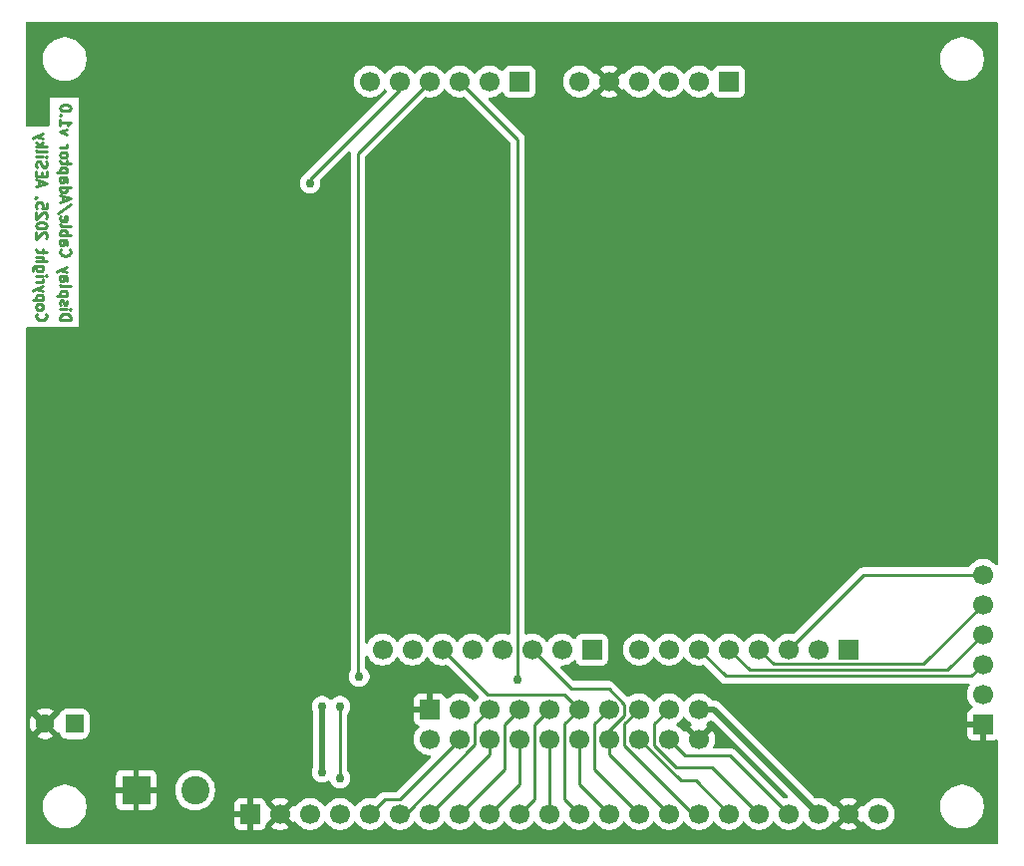
<source format=gbr>
%TF.GenerationSoftware,KiCad,Pcbnew,9.0.5*%
%TF.CreationDate,2025-11-02T14:40:10-08:00*%
%TF.ProjectId,SD-DADPT,53442d44-4144-4505-942e-6b696361645f,PR-1.0*%
%TF.SameCoordinates,Original*%
%TF.FileFunction,Copper,L2,Bot*%
%TF.FilePolarity,Positive*%
%FSLAX46Y46*%
G04 Gerber Fmt 4.6, Leading zero omitted, Abs format (unit mm)*
G04 Created by KiCad (PCBNEW 9.0.5) date 2025-11-02 14:40:10*
%MOMM*%
%LPD*%
G01*
G04 APERTURE LIST*
G04 Aperture macros list*
%AMRoundRect*
0 Rectangle with rounded corners*
0 $1 Rounding radius*
0 $2 $3 $4 $5 $6 $7 $8 $9 X,Y pos of 4 corners*
0 Add a 4 corners polygon primitive as box body*
4,1,4,$2,$3,$4,$5,$6,$7,$8,$9,$2,$3,0*
0 Add four circle primitives for the rounded corners*
1,1,$1+$1,$2,$3*
1,1,$1+$1,$4,$5*
1,1,$1+$1,$6,$7*
1,1,$1+$1,$8,$9*
0 Add four rect primitives between the rounded corners*
20,1,$1+$1,$2,$3,$4,$5,0*
20,1,$1+$1,$4,$5,$6,$7,0*
20,1,$1+$1,$6,$7,$8,$9,0*
20,1,$1+$1,$8,$9,$2,$3,0*%
G04 Aperture macros list end*
%ADD10C,0.222250*%
%TA.AperFunction,NonConductor*%
%ADD11C,0.222250*%
%TD*%
%TA.AperFunction,ComponentPad*%
%ADD12R,2.400000X2.400000*%
%TD*%
%TA.AperFunction,ComponentPad*%
%ADD13C,2.400000*%
%TD*%
%TA.AperFunction,ComponentPad*%
%ADD14R,1.700000X1.700000*%
%TD*%
%TA.AperFunction,ComponentPad*%
%ADD15C,1.700000*%
%TD*%
%TA.AperFunction,ComponentPad*%
%ADD16RoundRect,0.250000X0.550000X0.550000X-0.550000X0.550000X-0.550000X-0.550000X0.550000X-0.550000X0*%
%TD*%
%TA.AperFunction,ComponentPad*%
%ADD17C,1.600000*%
%TD*%
%TA.AperFunction,ViaPad*%
%ADD18C,0.762000*%
%TD*%
%TA.AperFunction,Conductor*%
%ADD19C,0.254000*%
%TD*%
%TA.AperFunction,Conductor*%
%ADD20C,0.508000*%
%TD*%
G04 APERTURE END LIST*
D10*
D11*
X72764352Y-97686116D02*
X73653352Y-97686116D01*
X73653352Y-97686116D02*
X73653352Y-97474449D01*
X73653352Y-97474449D02*
X73611019Y-97347449D01*
X73611019Y-97347449D02*
X73526352Y-97262783D01*
X73526352Y-97262783D02*
X73441686Y-97220449D01*
X73441686Y-97220449D02*
X73272352Y-97178116D01*
X73272352Y-97178116D02*
X73145352Y-97178116D01*
X73145352Y-97178116D02*
X72976019Y-97220449D01*
X72976019Y-97220449D02*
X72891352Y-97262783D01*
X72891352Y-97262783D02*
X72806686Y-97347449D01*
X72806686Y-97347449D02*
X72764352Y-97474449D01*
X72764352Y-97474449D02*
X72764352Y-97686116D01*
X72764352Y-96797116D02*
X73357019Y-96797116D01*
X73653352Y-96797116D02*
X73611019Y-96839449D01*
X73611019Y-96839449D02*
X73568686Y-96797116D01*
X73568686Y-96797116D02*
X73611019Y-96754783D01*
X73611019Y-96754783D02*
X73653352Y-96797116D01*
X73653352Y-96797116D02*
X73568686Y-96797116D01*
X72806686Y-96416116D02*
X72764352Y-96331450D01*
X72764352Y-96331450D02*
X72764352Y-96162116D01*
X72764352Y-96162116D02*
X72806686Y-96077450D01*
X72806686Y-96077450D02*
X72891352Y-96035116D01*
X72891352Y-96035116D02*
X72933686Y-96035116D01*
X72933686Y-96035116D02*
X73018352Y-96077450D01*
X73018352Y-96077450D02*
X73060686Y-96162116D01*
X73060686Y-96162116D02*
X73060686Y-96289116D01*
X73060686Y-96289116D02*
X73103019Y-96373783D01*
X73103019Y-96373783D02*
X73187686Y-96416116D01*
X73187686Y-96416116D02*
X73230019Y-96416116D01*
X73230019Y-96416116D02*
X73314686Y-96373783D01*
X73314686Y-96373783D02*
X73357019Y-96289116D01*
X73357019Y-96289116D02*
X73357019Y-96162116D01*
X73357019Y-96162116D02*
X73314686Y-96077450D01*
X73357019Y-95654116D02*
X72468019Y-95654116D01*
X73314686Y-95654116D02*
X73357019Y-95569449D01*
X73357019Y-95569449D02*
X73357019Y-95400116D01*
X73357019Y-95400116D02*
X73314686Y-95315449D01*
X73314686Y-95315449D02*
X73272352Y-95273116D01*
X73272352Y-95273116D02*
X73187686Y-95230783D01*
X73187686Y-95230783D02*
X72933686Y-95230783D01*
X72933686Y-95230783D02*
X72849019Y-95273116D01*
X72849019Y-95273116D02*
X72806686Y-95315449D01*
X72806686Y-95315449D02*
X72764352Y-95400116D01*
X72764352Y-95400116D02*
X72764352Y-95569449D01*
X72764352Y-95569449D02*
X72806686Y-95654116D01*
X72764352Y-94722783D02*
X72806686Y-94807450D01*
X72806686Y-94807450D02*
X72891352Y-94849783D01*
X72891352Y-94849783D02*
X73653352Y-94849783D01*
X72764352Y-94003116D02*
X73230019Y-94003116D01*
X73230019Y-94003116D02*
X73314686Y-94045449D01*
X73314686Y-94045449D02*
X73357019Y-94130116D01*
X73357019Y-94130116D02*
X73357019Y-94299449D01*
X73357019Y-94299449D02*
X73314686Y-94384116D01*
X72806686Y-94003116D02*
X72764352Y-94087783D01*
X72764352Y-94087783D02*
X72764352Y-94299449D01*
X72764352Y-94299449D02*
X72806686Y-94384116D01*
X72806686Y-94384116D02*
X72891352Y-94426449D01*
X72891352Y-94426449D02*
X72976019Y-94426449D01*
X72976019Y-94426449D02*
X73060686Y-94384116D01*
X73060686Y-94384116D02*
X73103019Y-94299449D01*
X73103019Y-94299449D02*
X73103019Y-94087783D01*
X73103019Y-94087783D02*
X73145352Y-94003116D01*
X73357019Y-93664450D02*
X72764352Y-93452783D01*
X73357019Y-93241116D02*
X72764352Y-93452783D01*
X72764352Y-93452783D02*
X72552686Y-93537450D01*
X72552686Y-93537450D02*
X72510352Y-93579783D01*
X72510352Y-93579783D02*
X72468019Y-93664450D01*
X72849019Y-91717117D02*
X72806686Y-91759450D01*
X72806686Y-91759450D02*
X72764352Y-91886450D01*
X72764352Y-91886450D02*
X72764352Y-91971117D01*
X72764352Y-91971117D02*
X72806686Y-92098117D01*
X72806686Y-92098117D02*
X72891352Y-92182784D01*
X72891352Y-92182784D02*
X72976019Y-92225117D01*
X72976019Y-92225117D02*
X73145352Y-92267450D01*
X73145352Y-92267450D02*
X73272352Y-92267450D01*
X73272352Y-92267450D02*
X73441686Y-92225117D01*
X73441686Y-92225117D02*
X73526352Y-92182784D01*
X73526352Y-92182784D02*
X73611019Y-92098117D01*
X73611019Y-92098117D02*
X73653352Y-91971117D01*
X73653352Y-91971117D02*
X73653352Y-91886450D01*
X73653352Y-91886450D02*
X73611019Y-91759450D01*
X73611019Y-91759450D02*
X73568686Y-91717117D01*
X72764352Y-90955117D02*
X73230019Y-90955117D01*
X73230019Y-90955117D02*
X73314686Y-90997450D01*
X73314686Y-90997450D02*
X73357019Y-91082117D01*
X73357019Y-91082117D02*
X73357019Y-91251450D01*
X73357019Y-91251450D02*
X73314686Y-91336117D01*
X72806686Y-90955117D02*
X72764352Y-91039784D01*
X72764352Y-91039784D02*
X72764352Y-91251450D01*
X72764352Y-91251450D02*
X72806686Y-91336117D01*
X72806686Y-91336117D02*
X72891352Y-91378450D01*
X72891352Y-91378450D02*
X72976019Y-91378450D01*
X72976019Y-91378450D02*
X73060686Y-91336117D01*
X73060686Y-91336117D02*
X73103019Y-91251450D01*
X73103019Y-91251450D02*
X73103019Y-91039784D01*
X73103019Y-91039784D02*
X73145352Y-90955117D01*
X72764352Y-90531784D02*
X73653352Y-90531784D01*
X73314686Y-90531784D02*
X73357019Y-90447117D01*
X73357019Y-90447117D02*
X73357019Y-90277784D01*
X73357019Y-90277784D02*
X73314686Y-90193117D01*
X73314686Y-90193117D02*
X73272352Y-90150784D01*
X73272352Y-90150784D02*
X73187686Y-90108451D01*
X73187686Y-90108451D02*
X72933686Y-90108451D01*
X72933686Y-90108451D02*
X72849019Y-90150784D01*
X72849019Y-90150784D02*
X72806686Y-90193117D01*
X72806686Y-90193117D02*
X72764352Y-90277784D01*
X72764352Y-90277784D02*
X72764352Y-90447117D01*
X72764352Y-90447117D02*
X72806686Y-90531784D01*
X72764352Y-89600451D02*
X72806686Y-89685118D01*
X72806686Y-89685118D02*
X72891352Y-89727451D01*
X72891352Y-89727451D02*
X73653352Y-89727451D01*
X72806686Y-88923117D02*
X72764352Y-89007784D01*
X72764352Y-89007784D02*
X72764352Y-89177117D01*
X72764352Y-89177117D02*
X72806686Y-89261784D01*
X72806686Y-89261784D02*
X72891352Y-89304117D01*
X72891352Y-89304117D02*
X73230019Y-89304117D01*
X73230019Y-89304117D02*
X73314686Y-89261784D01*
X73314686Y-89261784D02*
X73357019Y-89177117D01*
X73357019Y-89177117D02*
X73357019Y-89007784D01*
X73357019Y-89007784D02*
X73314686Y-88923117D01*
X73314686Y-88923117D02*
X73230019Y-88880784D01*
X73230019Y-88880784D02*
X73145352Y-88880784D01*
X73145352Y-88880784D02*
X73060686Y-89304117D01*
X73695686Y-87864784D02*
X72552686Y-88626784D01*
X73018352Y-87610784D02*
X73018352Y-87187451D01*
X72764352Y-87695451D02*
X73653352Y-87399118D01*
X73653352Y-87399118D02*
X72764352Y-87102784D01*
X72764352Y-86425451D02*
X73653352Y-86425451D01*
X72806686Y-86425451D02*
X72764352Y-86510118D01*
X72764352Y-86510118D02*
X72764352Y-86679451D01*
X72764352Y-86679451D02*
X72806686Y-86764118D01*
X72806686Y-86764118D02*
X72849019Y-86806451D01*
X72849019Y-86806451D02*
X72933686Y-86848784D01*
X72933686Y-86848784D02*
X73187686Y-86848784D01*
X73187686Y-86848784D02*
X73272352Y-86806451D01*
X73272352Y-86806451D02*
X73314686Y-86764118D01*
X73314686Y-86764118D02*
X73357019Y-86679451D01*
X73357019Y-86679451D02*
X73357019Y-86510118D01*
X73357019Y-86510118D02*
X73314686Y-86425451D01*
X72764352Y-85621118D02*
X73230019Y-85621118D01*
X73230019Y-85621118D02*
X73314686Y-85663451D01*
X73314686Y-85663451D02*
X73357019Y-85748118D01*
X73357019Y-85748118D02*
X73357019Y-85917451D01*
X73357019Y-85917451D02*
X73314686Y-86002118D01*
X72806686Y-85621118D02*
X72764352Y-85705785D01*
X72764352Y-85705785D02*
X72764352Y-85917451D01*
X72764352Y-85917451D02*
X72806686Y-86002118D01*
X72806686Y-86002118D02*
X72891352Y-86044451D01*
X72891352Y-86044451D02*
X72976019Y-86044451D01*
X72976019Y-86044451D02*
X73060686Y-86002118D01*
X73060686Y-86002118D02*
X73103019Y-85917451D01*
X73103019Y-85917451D02*
X73103019Y-85705785D01*
X73103019Y-85705785D02*
X73145352Y-85621118D01*
X73357019Y-85197785D02*
X72468019Y-85197785D01*
X73314686Y-85197785D02*
X73357019Y-85113118D01*
X73357019Y-85113118D02*
X73357019Y-84943785D01*
X73357019Y-84943785D02*
X73314686Y-84859118D01*
X73314686Y-84859118D02*
X73272352Y-84816785D01*
X73272352Y-84816785D02*
X73187686Y-84774452D01*
X73187686Y-84774452D02*
X72933686Y-84774452D01*
X72933686Y-84774452D02*
X72849019Y-84816785D01*
X72849019Y-84816785D02*
X72806686Y-84859118D01*
X72806686Y-84859118D02*
X72764352Y-84943785D01*
X72764352Y-84943785D02*
X72764352Y-85113118D01*
X72764352Y-85113118D02*
X72806686Y-85197785D01*
X73357019Y-84520452D02*
X73357019Y-84181785D01*
X73653352Y-84393452D02*
X72891352Y-84393452D01*
X72891352Y-84393452D02*
X72806686Y-84351119D01*
X72806686Y-84351119D02*
X72764352Y-84266452D01*
X72764352Y-84266452D02*
X72764352Y-84181785D01*
X72764352Y-83758452D02*
X72806686Y-83843119D01*
X72806686Y-83843119D02*
X72849019Y-83885452D01*
X72849019Y-83885452D02*
X72933686Y-83927785D01*
X72933686Y-83927785D02*
X73187686Y-83927785D01*
X73187686Y-83927785D02*
X73272352Y-83885452D01*
X73272352Y-83885452D02*
X73314686Y-83843119D01*
X73314686Y-83843119D02*
X73357019Y-83758452D01*
X73357019Y-83758452D02*
X73357019Y-83631452D01*
X73357019Y-83631452D02*
X73314686Y-83546785D01*
X73314686Y-83546785D02*
X73272352Y-83504452D01*
X73272352Y-83504452D02*
X73187686Y-83462119D01*
X73187686Y-83462119D02*
X72933686Y-83462119D01*
X72933686Y-83462119D02*
X72849019Y-83504452D01*
X72849019Y-83504452D02*
X72806686Y-83546785D01*
X72806686Y-83546785D02*
X72764352Y-83631452D01*
X72764352Y-83631452D02*
X72764352Y-83758452D01*
X72764352Y-83081119D02*
X73357019Y-83081119D01*
X73187686Y-83081119D02*
X73272352Y-83038786D01*
X73272352Y-83038786D02*
X73314686Y-82996452D01*
X73314686Y-82996452D02*
X73357019Y-82911786D01*
X73357019Y-82911786D02*
X73357019Y-82827119D01*
X73357019Y-81938120D02*
X72764352Y-81726453D01*
X72764352Y-81726453D02*
X73357019Y-81514786D01*
X72764352Y-80710453D02*
X72764352Y-81218453D01*
X72764352Y-80964453D02*
X73653352Y-80964453D01*
X73653352Y-80964453D02*
X73526352Y-81049120D01*
X73526352Y-81049120D02*
X73441686Y-81133787D01*
X73441686Y-81133787D02*
X73399352Y-81218453D01*
X72849019Y-80329453D02*
X72806686Y-80287120D01*
X72806686Y-80287120D02*
X72764352Y-80329453D01*
X72764352Y-80329453D02*
X72806686Y-80371786D01*
X72806686Y-80371786D02*
X72849019Y-80329453D01*
X72849019Y-80329453D02*
X72764352Y-80329453D01*
X73653352Y-79736787D02*
X73653352Y-79652120D01*
X73653352Y-79652120D02*
X73611019Y-79567453D01*
X73611019Y-79567453D02*
X73568686Y-79525120D01*
X73568686Y-79525120D02*
X73484019Y-79482787D01*
X73484019Y-79482787D02*
X73314686Y-79440453D01*
X73314686Y-79440453D02*
X73103019Y-79440453D01*
X73103019Y-79440453D02*
X72933686Y-79482787D01*
X72933686Y-79482787D02*
X72849019Y-79525120D01*
X72849019Y-79525120D02*
X72806686Y-79567453D01*
X72806686Y-79567453D02*
X72764352Y-79652120D01*
X72764352Y-79652120D02*
X72764352Y-79736787D01*
X72764352Y-79736787D02*
X72806686Y-79821453D01*
X72806686Y-79821453D02*
X72849019Y-79863787D01*
X72849019Y-79863787D02*
X72933686Y-79906120D01*
X72933686Y-79906120D02*
X73103019Y-79948453D01*
X73103019Y-79948453D02*
X73314686Y-79948453D01*
X73314686Y-79948453D02*
X73484019Y-79906120D01*
X73484019Y-79906120D02*
X73568686Y-79863787D01*
X73568686Y-79863787D02*
X73611019Y-79821453D01*
X73611019Y-79821453D02*
X73653352Y-79736787D01*
D10*
D11*
X70817019Y-97178116D02*
X70774686Y-97220449D01*
X70774686Y-97220449D02*
X70732352Y-97347449D01*
X70732352Y-97347449D02*
X70732352Y-97432116D01*
X70732352Y-97432116D02*
X70774686Y-97559116D01*
X70774686Y-97559116D02*
X70859352Y-97643783D01*
X70859352Y-97643783D02*
X70944019Y-97686116D01*
X70944019Y-97686116D02*
X71113352Y-97728449D01*
X71113352Y-97728449D02*
X71240352Y-97728449D01*
X71240352Y-97728449D02*
X71409686Y-97686116D01*
X71409686Y-97686116D02*
X71494352Y-97643783D01*
X71494352Y-97643783D02*
X71579019Y-97559116D01*
X71579019Y-97559116D02*
X71621352Y-97432116D01*
X71621352Y-97432116D02*
X71621352Y-97347449D01*
X71621352Y-97347449D02*
X71579019Y-97220449D01*
X71579019Y-97220449D02*
X71536686Y-97178116D01*
X70732352Y-96670116D02*
X70774686Y-96754783D01*
X70774686Y-96754783D02*
X70817019Y-96797116D01*
X70817019Y-96797116D02*
X70901686Y-96839449D01*
X70901686Y-96839449D02*
X71155686Y-96839449D01*
X71155686Y-96839449D02*
X71240352Y-96797116D01*
X71240352Y-96797116D02*
X71282686Y-96754783D01*
X71282686Y-96754783D02*
X71325019Y-96670116D01*
X71325019Y-96670116D02*
X71325019Y-96543116D01*
X71325019Y-96543116D02*
X71282686Y-96458449D01*
X71282686Y-96458449D02*
X71240352Y-96416116D01*
X71240352Y-96416116D02*
X71155686Y-96373783D01*
X71155686Y-96373783D02*
X70901686Y-96373783D01*
X70901686Y-96373783D02*
X70817019Y-96416116D01*
X70817019Y-96416116D02*
X70774686Y-96458449D01*
X70774686Y-96458449D02*
X70732352Y-96543116D01*
X70732352Y-96543116D02*
X70732352Y-96670116D01*
X71325019Y-95992783D02*
X70436019Y-95992783D01*
X71282686Y-95992783D02*
X71325019Y-95908116D01*
X71325019Y-95908116D02*
X71325019Y-95738783D01*
X71325019Y-95738783D02*
X71282686Y-95654116D01*
X71282686Y-95654116D02*
X71240352Y-95611783D01*
X71240352Y-95611783D02*
X71155686Y-95569450D01*
X71155686Y-95569450D02*
X70901686Y-95569450D01*
X70901686Y-95569450D02*
X70817019Y-95611783D01*
X70817019Y-95611783D02*
X70774686Y-95654116D01*
X70774686Y-95654116D02*
X70732352Y-95738783D01*
X70732352Y-95738783D02*
X70732352Y-95908116D01*
X70732352Y-95908116D02*
X70774686Y-95992783D01*
X71325019Y-95273117D02*
X70732352Y-95061450D01*
X71325019Y-94849783D02*
X70732352Y-95061450D01*
X70732352Y-95061450D02*
X70520686Y-95146117D01*
X70520686Y-95146117D02*
X70478352Y-95188450D01*
X70478352Y-95188450D02*
X70436019Y-95273117D01*
X70732352Y-94511117D02*
X71325019Y-94511117D01*
X71155686Y-94511117D02*
X71240352Y-94468784D01*
X71240352Y-94468784D02*
X71282686Y-94426450D01*
X71282686Y-94426450D02*
X71325019Y-94341784D01*
X71325019Y-94341784D02*
X71325019Y-94257117D01*
X70732352Y-93960784D02*
X71325019Y-93960784D01*
X71621352Y-93960784D02*
X71579019Y-94003117D01*
X71579019Y-94003117D02*
X71536686Y-93960784D01*
X71536686Y-93960784D02*
X71579019Y-93918451D01*
X71579019Y-93918451D02*
X71621352Y-93960784D01*
X71621352Y-93960784D02*
X71536686Y-93960784D01*
X71325019Y-93156451D02*
X70605352Y-93156451D01*
X70605352Y-93156451D02*
X70520686Y-93198784D01*
X70520686Y-93198784D02*
X70478352Y-93241118D01*
X70478352Y-93241118D02*
X70436019Y-93325784D01*
X70436019Y-93325784D02*
X70436019Y-93452784D01*
X70436019Y-93452784D02*
X70478352Y-93537451D01*
X70774686Y-93156451D02*
X70732352Y-93241118D01*
X70732352Y-93241118D02*
X70732352Y-93410451D01*
X70732352Y-93410451D02*
X70774686Y-93495118D01*
X70774686Y-93495118D02*
X70817019Y-93537451D01*
X70817019Y-93537451D02*
X70901686Y-93579784D01*
X70901686Y-93579784D02*
X71155686Y-93579784D01*
X71155686Y-93579784D02*
X71240352Y-93537451D01*
X71240352Y-93537451D02*
X71282686Y-93495118D01*
X71282686Y-93495118D02*
X71325019Y-93410451D01*
X71325019Y-93410451D02*
X71325019Y-93241118D01*
X71325019Y-93241118D02*
X71282686Y-93156451D01*
X70732352Y-92733118D02*
X71621352Y-92733118D01*
X70732352Y-92352118D02*
X71198019Y-92352118D01*
X71198019Y-92352118D02*
X71282686Y-92394451D01*
X71282686Y-92394451D02*
X71325019Y-92479118D01*
X71325019Y-92479118D02*
X71325019Y-92606118D01*
X71325019Y-92606118D02*
X71282686Y-92690785D01*
X71282686Y-92690785D02*
X71240352Y-92733118D01*
X71325019Y-92055785D02*
X71325019Y-91717118D01*
X71621352Y-91928785D02*
X70859352Y-91928785D01*
X70859352Y-91928785D02*
X70774686Y-91886452D01*
X70774686Y-91886452D02*
X70732352Y-91801785D01*
X70732352Y-91801785D02*
X70732352Y-91717118D01*
X71536686Y-90785785D02*
X71579019Y-90743452D01*
X71579019Y-90743452D02*
X71621352Y-90658785D01*
X71621352Y-90658785D02*
X71621352Y-90447119D01*
X71621352Y-90447119D02*
X71579019Y-90362452D01*
X71579019Y-90362452D02*
X71536686Y-90320119D01*
X71536686Y-90320119D02*
X71452019Y-90277785D01*
X71452019Y-90277785D02*
X71367352Y-90277785D01*
X71367352Y-90277785D02*
X71240352Y-90320119D01*
X71240352Y-90320119D02*
X70732352Y-90828119D01*
X70732352Y-90828119D02*
X70732352Y-90277785D01*
X71621352Y-89727452D02*
X71621352Y-89642785D01*
X71621352Y-89642785D02*
X71579019Y-89558118D01*
X71579019Y-89558118D02*
X71536686Y-89515785D01*
X71536686Y-89515785D02*
X71452019Y-89473452D01*
X71452019Y-89473452D02*
X71282686Y-89431118D01*
X71282686Y-89431118D02*
X71071019Y-89431118D01*
X71071019Y-89431118D02*
X70901686Y-89473452D01*
X70901686Y-89473452D02*
X70817019Y-89515785D01*
X70817019Y-89515785D02*
X70774686Y-89558118D01*
X70774686Y-89558118D02*
X70732352Y-89642785D01*
X70732352Y-89642785D02*
X70732352Y-89727452D01*
X70732352Y-89727452D02*
X70774686Y-89812118D01*
X70774686Y-89812118D02*
X70817019Y-89854452D01*
X70817019Y-89854452D02*
X70901686Y-89896785D01*
X70901686Y-89896785D02*
X71071019Y-89939118D01*
X71071019Y-89939118D02*
X71282686Y-89939118D01*
X71282686Y-89939118D02*
X71452019Y-89896785D01*
X71452019Y-89896785D02*
X71536686Y-89854452D01*
X71536686Y-89854452D02*
X71579019Y-89812118D01*
X71579019Y-89812118D02*
X71621352Y-89727452D01*
X71536686Y-89092451D02*
X71579019Y-89050118D01*
X71579019Y-89050118D02*
X71621352Y-88965451D01*
X71621352Y-88965451D02*
X71621352Y-88753785D01*
X71621352Y-88753785D02*
X71579019Y-88669118D01*
X71579019Y-88669118D02*
X71536686Y-88626785D01*
X71536686Y-88626785D02*
X71452019Y-88584451D01*
X71452019Y-88584451D02*
X71367352Y-88584451D01*
X71367352Y-88584451D02*
X71240352Y-88626785D01*
X71240352Y-88626785D02*
X70732352Y-89134785D01*
X70732352Y-89134785D02*
X70732352Y-88584451D01*
X71621352Y-87780118D02*
X71621352Y-88203451D01*
X71621352Y-88203451D02*
X71198019Y-88245784D01*
X71198019Y-88245784D02*
X71240352Y-88203451D01*
X71240352Y-88203451D02*
X71282686Y-88118784D01*
X71282686Y-88118784D02*
X71282686Y-87907118D01*
X71282686Y-87907118D02*
X71240352Y-87822451D01*
X71240352Y-87822451D02*
X71198019Y-87780118D01*
X71198019Y-87780118D02*
X71113352Y-87737784D01*
X71113352Y-87737784D02*
X70901686Y-87737784D01*
X70901686Y-87737784D02*
X70817019Y-87780118D01*
X70817019Y-87780118D02*
X70774686Y-87822451D01*
X70774686Y-87822451D02*
X70732352Y-87907118D01*
X70732352Y-87907118D02*
X70732352Y-88118784D01*
X70732352Y-88118784D02*
X70774686Y-88203451D01*
X70774686Y-88203451D02*
X70817019Y-88245784D01*
X70774686Y-87314451D02*
X70732352Y-87314451D01*
X70732352Y-87314451D02*
X70647686Y-87356784D01*
X70647686Y-87356784D02*
X70605352Y-87399117D01*
X70986352Y-86298451D02*
X70986352Y-85875118D01*
X70732352Y-86383118D02*
X71621352Y-86086785D01*
X71621352Y-86086785D02*
X70732352Y-85790451D01*
X71198019Y-85494118D02*
X71198019Y-85197785D01*
X70732352Y-85070785D02*
X70732352Y-85494118D01*
X70732352Y-85494118D02*
X71621352Y-85494118D01*
X71621352Y-85494118D02*
X71621352Y-85070785D01*
X70774686Y-84732118D02*
X70732352Y-84605118D01*
X70732352Y-84605118D02*
X70732352Y-84393452D01*
X70732352Y-84393452D02*
X70774686Y-84308785D01*
X70774686Y-84308785D02*
X70817019Y-84266452D01*
X70817019Y-84266452D02*
X70901686Y-84224118D01*
X70901686Y-84224118D02*
X70986352Y-84224118D01*
X70986352Y-84224118D02*
X71071019Y-84266452D01*
X71071019Y-84266452D02*
X71113352Y-84308785D01*
X71113352Y-84308785D02*
X71155686Y-84393452D01*
X71155686Y-84393452D02*
X71198019Y-84562785D01*
X71198019Y-84562785D02*
X71240352Y-84647452D01*
X71240352Y-84647452D02*
X71282686Y-84689785D01*
X71282686Y-84689785D02*
X71367352Y-84732118D01*
X71367352Y-84732118D02*
X71452019Y-84732118D01*
X71452019Y-84732118D02*
X71536686Y-84689785D01*
X71536686Y-84689785D02*
X71579019Y-84647452D01*
X71579019Y-84647452D02*
X71621352Y-84562785D01*
X71621352Y-84562785D02*
X71621352Y-84351118D01*
X71621352Y-84351118D02*
X71579019Y-84224118D01*
X70732352Y-83843118D02*
X71325019Y-83843118D01*
X71621352Y-83843118D02*
X71579019Y-83885451D01*
X71579019Y-83885451D02*
X71536686Y-83843118D01*
X71536686Y-83843118D02*
X71579019Y-83800785D01*
X71579019Y-83800785D02*
X71621352Y-83843118D01*
X71621352Y-83843118D02*
X71536686Y-83843118D01*
X70732352Y-83292785D02*
X70774686Y-83377452D01*
X70774686Y-83377452D02*
X70859352Y-83419785D01*
X70859352Y-83419785D02*
X71621352Y-83419785D01*
X70732352Y-82954118D02*
X71621352Y-82954118D01*
X71071019Y-82869451D02*
X70732352Y-82615451D01*
X71325019Y-82615451D02*
X70986352Y-82954118D01*
X71325019Y-82319118D02*
X70732352Y-82107451D01*
X71325019Y-81895784D02*
X70732352Y-82107451D01*
X70732352Y-82107451D02*
X70520686Y-82192118D01*
X70520686Y-82192118D02*
X70478352Y-82234451D01*
X70478352Y-82234451D02*
X70436019Y-82319118D01*
D12*
%TO.P,J8,1,Pin_1*%
%TO.N,GND*%
X79211800Y-137672800D03*
D13*
%TO.P,J8,2,Pin_2*%
%TO.N,+5V*%
X84211800Y-137672800D03*
%TD*%
D14*
%TO.P,J3,1,Pin_1*%
%TO.N,/RD-*%
X111760000Y-77470000D03*
D15*
%TO.P,J3,2,Pin_2*%
%TO.N,/WR-*%
X109220000Y-77470000D03*
%TO.P,J3,3,Pin_3*%
%TO.N,/REGSEL*%
X106680001Y-77470000D03*
%TO.P,J3,4,Pin_4*%
%TO.N,/DISPSEL-*%
X104140000Y-77470000D03*
%TO.P,J3,5,Pin_5*%
%TO.N,/RESET-*%
X101600000Y-77470000D03*
%TO.P,J3,6,Pin_6*%
%TO.N,unconnected-(J3-Pin_6-Pad6)*%
X99060000Y-77470000D03*
%TD*%
D14*
%TO.P,J4,1,Pin_1*%
%TO.N,unconnected-(J4-Pin_1-Pad1)*%
X129540000Y-77470000D03*
D15*
%TO.P,J4,2,Pin_2*%
%TO.N,+3.3V*%
X127000000Y-77470000D03*
%TO.P,J4,3,Pin_3*%
%TO.N,+5V*%
X124460001Y-77470000D03*
%TO.P,J4,4,Pin_4*%
%TO.N,unconnected-(J4-Pin_4-Pad4)*%
X121920000Y-77470000D03*
%TO.P,J4,5,Pin_5*%
%TO.N,GND*%
X119380000Y-77470000D03*
%TO.P,J4,6,Pin_6*%
%TO.N,unconnected-(J4-Pin_6-Pad6)*%
X116840000Y-77470000D03*
%TD*%
D16*
%TO.P,C3,1*%
%TO.N,+5V*%
X73978780Y-132029200D03*
D17*
%TO.P,C3,2*%
%TO.N,GND*%
X71478780Y-132029200D03*
%TD*%
D14*
%TO.P,J1,1,Pin_1*%
%TO.N,/D0*%
X139700000Y-125730000D03*
D15*
%TO.P,J1,2,Pin_2*%
%TO.N,/D1*%
X137160000Y-125730000D03*
%TO.P,J1,3,Pin_3*%
%TO.N,/SPI_SEL-*%
X134620001Y-125730000D03*
%TO.P,J1,4,Pin_4*%
%TO.N,/SPI_MOSI*%
X132080000Y-125730000D03*
%TO.P,J1,5,Pin_5*%
%TO.N,/SPI_MISO*%
X129540000Y-125730000D03*
%TO.P,J1,6,Pin_6*%
%TO.N,/SPI_CLK*%
X127000000Y-125730000D03*
%TO.P,J1,7,Pin_7*%
%TO.N,unconnected-(J1-Pin_7-Pad7)*%
X124460000Y-125730000D03*
%TO.P,J1,8,Pin_8*%
%TO.N,unconnected-(J1-Pin_8-Pad8)*%
X121919999Y-125730000D03*
%TD*%
D14*
%TO.P,J5,1,Pin_1*%
%TO.N,GND*%
X88900000Y-139700000D03*
D15*
%TO.P,J5,2,Pin_2*%
X91440000Y-139700000D03*
%TO.P,J5,3,Pin_3*%
%TO.N,+5V*%
X93979999Y-139700000D03*
%TO.P,J5,4,Pin_4*%
%TO.N,/CONTV0*%
X96520000Y-139700000D03*
%TO.P,J5,5,Pin_5*%
%TO.N,/WR-*%
X99060000Y-139700000D03*
%TO.P,J5,6,Pin_6*%
%TO.N,/RD-*%
X101600000Y-139700000D03*
%TO.P,J5,7,Pin_7*%
%TO.N,/DISPSEL-*%
X104140000Y-139700000D03*
%TO.P,J5,8,Pin_8*%
%TO.N,/REGSEL*%
X106680001Y-139700000D03*
%TO.P,J5,9,Pin_9*%
%TO.N,/RESET-*%
X109220000Y-139700000D03*
%TO.P,J5,10,Pin_10*%
%TO.N,/D0*%
X111760000Y-139700000D03*
%TO.P,J5,11,Pin_11*%
%TO.N,/D1*%
X114300000Y-139700000D03*
%TO.P,J5,12,Pin_12*%
%TO.N,/D2*%
X116839999Y-139700000D03*
%TO.P,J5,13,Pin_13*%
%TO.N,/D3*%
X119380000Y-139700000D03*
%TO.P,J5,14,Pin_14*%
%TO.N,/D4*%
X121920000Y-139700000D03*
%TO.P,J5,15,Pin_15*%
%TO.N,/D5*%
X124460000Y-139700000D03*
%TO.P,J5,16,Pin_16*%
%TO.N,/D6*%
X126999999Y-139700000D03*
%TO.P,J5,17,Pin_17*%
%TO.N,/D7*%
X129540001Y-139700000D03*
%TO.P,J5,18,Pin_18*%
%TO.N,/FONT1*%
X132080000Y-139700000D03*
%TO.P,J5,19,Pin_19*%
%TO.N,/CONTPWR*%
X134620000Y-139700000D03*
%TO.P,J5,20,Pin_20*%
%TO.N,/BLPWR*%
X137160000Y-139700000D03*
%TO.P,J5,21,Pin_21*%
%TO.N,GND*%
X139699999Y-139700000D03*
%TO.P,J5,22,Pin_22*%
%TO.N,unconnected-(J5-Pin_22-Pad22)*%
X142240000Y-139700000D03*
%TD*%
D14*
%TO.P,J2,1,Pin_1*%
%TO.N,/D7*%
X117906800Y-125730000D03*
D15*
%TO.P,J2,2,Pin_2*%
%TO.N,/D6*%
X115366800Y-125730000D03*
%TO.P,J2,3,Pin_3*%
%TO.N,/D5*%
X112826801Y-125730000D03*
%TO.P,J2,4,Pin_4*%
%TO.N,/D4*%
X110286800Y-125730000D03*
%TO.P,J2,5,Pin_5*%
%TO.N,/D3*%
X107746800Y-125730000D03*
%TO.P,J2,6,Pin_6*%
%TO.N,/D2*%
X105206800Y-125730000D03*
%TO.P,J2,7,Pin_7*%
%TO.N,unconnected-(J2-Pin_7-Pad7)*%
X102666800Y-125730000D03*
%TO.P,J2,8,Pin_8*%
%TO.N,unconnected-(J2-Pin_8-Pad8)*%
X100126799Y-125730000D03*
%TD*%
D14*
%TO.P,J7,1,Pin_1*%
%TO.N,GND*%
X151130000Y-132080000D03*
D15*
%TO.P,J7,2,Pin_2*%
%TO.N,+5V*%
X151130000Y-129540000D03*
%TO.P,J7,3,Pin_3*%
%TO.N,/SPI_CLK*%
X151130000Y-127000001D03*
%TO.P,J7,4,Pin_4*%
%TO.N,/SPI_MISO*%
X151130000Y-124460000D03*
%TO.P,J7,5,Pin_5*%
%TO.N,/SPI_MOSI*%
X151130000Y-121920000D03*
%TO.P,J7,6,Pin_6*%
%TO.N,/SPI_SEL-*%
X151130000Y-119380000D03*
%TD*%
D14*
%TO.P,J6,1,Pin_1*%
%TO.N,GND*%
X104140000Y-130810000D03*
D15*
%TO.P,J6,2,Pin_2*%
%TO.N,+5V*%
X104140000Y-133350000D03*
%TO.P,J6,3,Pin_3*%
%TO.N,/CONTV0*%
X106680000Y-130810000D03*
%TO.P,J6,4,Pin_4*%
%TO.N,/WR-*%
X106680000Y-133350000D03*
%TO.P,J6,5,Pin_5*%
%TO.N,/RD-*%
X109219999Y-130810000D03*
%TO.P,J6,6,Pin_6*%
%TO.N,/DISPSEL-*%
X109220000Y-133350000D03*
%TO.P,J6,7,Pin_7*%
%TO.N,/REGSEL*%
X111760000Y-130810000D03*
%TO.P,J6,8,Pin_8*%
%TO.N,/RESET-*%
X111760000Y-133350000D03*
%TO.P,J6,9,Pin_9*%
%TO.N,/D0*%
X114300000Y-130810000D03*
%TO.P,J6,10,Pin_10*%
%TO.N,/D1*%
X114300000Y-133350000D03*
%TO.P,J6,11,Pin_11*%
%TO.N,/D2*%
X116840000Y-130810000D03*
%TO.P,J6,12,Pin_12*%
%TO.N,/D3*%
X116840000Y-133350000D03*
%TO.P,J6,13,Pin_13*%
%TO.N,/D4*%
X119380000Y-130810000D03*
%TO.P,J6,14,Pin_14*%
%TO.N,/D5*%
X119380000Y-133350000D03*
%TO.P,J6,15,Pin_15*%
%TO.N,/D6*%
X121920001Y-130810000D03*
%TO.P,J6,16,Pin_16*%
%TO.N,/D7*%
X121920000Y-133350000D03*
%TO.P,J6,17,Pin_17*%
%TO.N,/FONT1*%
X124460000Y-130810000D03*
%TO.P,J6,18,Pin_18*%
%TO.N,/CONTPWR*%
X124460000Y-133350000D03*
%TO.P,J6,19,Pin_19*%
%TO.N,/BLPWR*%
X127000000Y-130810000D03*
%TO.P,J6,20,Pin_20*%
%TO.N,GND*%
X127000000Y-133350000D03*
%TD*%
D18*
%TO.N,GND*%
X130048000Y-130556000D03*
%TO.N,/CONTV0*%
X96520000Y-130556000D03*
X96520000Y-136652000D03*
%TO.N,+5V*%
X94996000Y-130556000D03*
X94996000Y-136144000D03*
%TO.N,GND*%
X96266000Y-103124000D03*
X99568000Y-103124000D03*
X109982000Y-119380000D03*
X113284000Y-119380000D03*
X109982000Y-84074000D03*
X113284000Y-84074000D03*
%TO.N,/REGSEL*%
X111633000Y-128295400D03*
%TO.N,/DISPSEL-*%
X98145600Y-128016000D03*
%TO.N,/RESET-*%
X93980000Y-86106000D03*
%TD*%
D19*
%TO.N,/CONTV0*%
X96520000Y-136652000D02*
X96520000Y-130556000D01*
D20*
%TO.N,+5V*%
X94996000Y-130556000D02*
X94996000Y-136144000D01*
D19*
%TO.N,/RESET-*%
X101600000Y-78130400D02*
X101600000Y-77470000D01*
X93980000Y-85750400D02*
X101600000Y-78130400D01*
X93980000Y-86106000D02*
X93980000Y-85750400D01*
%TO.N,/DISPSEL-*%
X98044000Y-127914400D02*
X98044000Y-83566000D01*
X98145600Y-128016000D02*
X98044000Y-127914400D01*
X98044000Y-83566000D02*
X104140000Y-77470000D01*
%TO.N,/REGSEL*%
X111594801Y-82384800D02*
X111594801Y-128257201D01*
X111594801Y-128257201D02*
X111633000Y-128295400D01*
X106680001Y-77470000D02*
X111594801Y-82384800D01*
%TO.N,/SPI_CLK*%
X150139401Y-127990600D02*
X151130000Y-127000001D01*
X129260600Y-127990600D02*
X150139401Y-127990600D01*
X127000000Y-125730000D02*
X129260600Y-127990600D01*
%TO.N,/SPI_MISO*%
X148119000Y-127471000D02*
X151130000Y-124460000D01*
X131281000Y-127471000D02*
X148119000Y-127471000D01*
X129540000Y-125730000D02*
X131281000Y-127471000D01*
%TO.N,/SPI_MOSI*%
X146088000Y-126962000D02*
X151130000Y-121920000D01*
X133312000Y-126962000D02*
X146088000Y-126962000D01*
X132080000Y-125730000D02*
X133312000Y-126962000D01*
%TO.N,/SPI_SEL-*%
X140970001Y-119380000D02*
X151130000Y-119380000D01*
X134620001Y-125730000D02*
X140970001Y-119380000D01*
%TO.N,/D2*%
X115608000Y-129578000D02*
X116840000Y-130810000D01*
X109054800Y-129578000D02*
X115608000Y-129578000D01*
X105206800Y-125730000D02*
X109054800Y-129578000D01*
%TO.N,/D5*%
X119380000Y-132630167D02*
X119380000Y-133350000D01*
X120688001Y-131322166D02*
X119380000Y-132630167D01*
X119344312Y-129032000D02*
X120688001Y-130375689D01*
X116128801Y-129032000D02*
X119344312Y-129032000D01*
X120688001Y-130375689D02*
X120688001Y-131322166D01*
X112826801Y-125730000D02*
X116128801Y-129032000D01*
%TO.N,/FONT1*%
X125079888Y-135712200D02*
X123228000Y-133860312D01*
X123228000Y-133860312D02*
X123228000Y-132042000D01*
X128092200Y-135712200D02*
X125079888Y-135712200D01*
X123228000Y-132042000D02*
X124460000Y-130810000D01*
X132080000Y-139700000D02*
X128092200Y-135712200D01*
%TO.N,/D7*%
X125450600Y-136880600D02*
X121920000Y-133350000D01*
X126720601Y-136880600D02*
X125450600Y-136880600D01*
X129540001Y-139700000D02*
X126720601Y-136880600D01*
%TO.N,/D6*%
X120688000Y-133860312D02*
X120688000Y-132042001D01*
X126527688Y-139700000D02*
X120688000Y-133860312D01*
X120688000Y-132042001D02*
X121920001Y-130810000D01*
X126999999Y-139700000D02*
X126527688Y-139700000D01*
%TO.N,/D4*%
X118148000Y-132042000D02*
X119380000Y-130810000D01*
X118148000Y-135928000D02*
X118148000Y-132042000D01*
X121920000Y-139700000D02*
X118148000Y-135928000D01*
%TO.N,/D2*%
X115608000Y-132042000D02*
X116840000Y-130810000D01*
X116839999Y-139700000D02*
X115608000Y-138468001D01*
X115608000Y-138468001D02*
X115608000Y-132042000D01*
%TO.N,/D0*%
X112992000Y-132118000D02*
X114300000Y-130810000D01*
X112992000Y-138468000D02*
X112992000Y-132118000D01*
X111760000Y-139700000D02*
X112992000Y-138468000D01*
%TO.N,/REGSEL*%
X110452000Y-135928001D02*
X110452000Y-132118000D01*
X106680001Y-139700000D02*
X110452000Y-135928001D01*
X110452000Y-132118000D02*
X111760000Y-130810000D01*
%TO.N,/RD-*%
X107988000Y-132041999D02*
X109219999Y-130810000D01*
X107988000Y-133784312D02*
X107988000Y-132041999D01*
X102072312Y-139700000D02*
X107988000Y-133784312D01*
X101600000Y-139700000D02*
X102072312Y-139700000D01*
D20*
%TO.N,/BLPWR*%
X128270000Y-130810000D02*
X127000000Y-130810000D01*
X137160000Y-139700000D02*
X128270000Y-130810000D01*
D19*
%TO.N,/CONTPWR*%
X125849480Y-134739480D02*
X124460000Y-133350000D01*
X129659480Y-134739480D02*
X125849480Y-134739480D01*
X134620000Y-139700000D02*
X129659480Y-134739480D01*
%TO.N,/D5*%
X113512600Y-125730000D02*
X112826801Y-125730000D01*
X119380000Y-134620000D02*
X119380000Y-133350000D01*
X124460000Y-139700000D02*
X119380000Y-134620000D01*
%TO.N,/D3*%
X116840000Y-137160000D02*
X116840000Y-133350000D01*
X119380000Y-139700000D02*
X116840000Y-137160000D01*
%TO.N,/D1*%
X114300000Y-139700000D02*
X114300000Y-133350000D01*
%TO.N,/RESET-*%
X111760000Y-137160000D02*
X111760000Y-133350000D01*
X109220000Y-139700000D02*
X111760000Y-137160000D01*
%TO.N,/DISPSEL-*%
X109220000Y-134620000D02*
X109220000Y-133350000D01*
X104140000Y-139700000D02*
X109220000Y-134620000D01*
%TO.N,/WR-*%
X101562000Y-138468000D02*
X106680000Y-133350000D01*
X100292000Y-138468000D02*
X101562000Y-138468000D01*
X99060000Y-139700000D02*
X100292000Y-138468000D01*
%TD*%
%TA.AperFunction,Conductor*%
%TO.N,GND*%
G36*
X128099768Y-131722640D02*
G01*
X128144116Y-131751141D01*
X134539113Y-138146137D01*
X134544601Y-138156187D01*
X134553496Y-138163399D01*
X134561043Y-138186298D01*
X134572598Y-138207460D01*
X134571781Y-138218880D01*
X134575366Y-138229758D01*
X134569333Y-138253104D01*
X134567614Y-138277152D01*
X134560751Y-138286318D01*
X134557887Y-138297406D01*
X134540190Y-138313784D01*
X134525742Y-138333085D01*
X134513693Y-138338308D01*
X134506609Y-138344865D01*
X134476081Y-138354614D01*
X134473088Y-138355912D01*
X134471907Y-138356121D01*
X134303757Y-138382754D01*
X134282117Y-138389785D01*
X134273633Y-138391290D01*
X134247122Y-138388360D01*
X134220451Y-138389122D01*
X134212453Y-138384529D01*
X134204186Y-138383616D01*
X134187977Y-138370475D01*
X134164296Y-138356877D01*
X130059491Y-134252071D01*
X130059486Y-134252067D01*
X130015354Y-134222580D01*
X130015355Y-134222580D01*
X130011481Y-134219992D01*
X129956713Y-134183397D01*
X129923264Y-134169542D01*
X129916312Y-134166662D01*
X129916308Y-134166660D01*
X129842515Y-134136094D01*
X129842507Y-134136092D01*
X129721287Y-134111980D01*
X129721283Y-134111980D01*
X128329242Y-134111980D01*
X128262203Y-134092295D01*
X128216448Y-134039491D01*
X128206504Y-133970333D01*
X128218757Y-133931685D01*
X128251095Y-133868217D01*
X128316757Y-133666130D01*
X128316757Y-133666127D01*
X128350000Y-133456246D01*
X128350000Y-133243753D01*
X128316757Y-133033872D01*
X128316757Y-133033869D01*
X128251095Y-132831782D01*
X128154624Y-132642449D01*
X128115270Y-132588282D01*
X128115269Y-132588282D01*
X127482962Y-133220589D01*
X127465925Y-133157007D01*
X127400099Y-133042993D01*
X127307007Y-132949901D01*
X127192993Y-132884075D01*
X127129409Y-132867037D01*
X127761716Y-132234728D01*
X127707547Y-132195373D01*
X127707547Y-132195372D01*
X127698500Y-132190763D01*
X127647706Y-132142788D01*
X127630912Y-132074966D01*
X127653451Y-132008832D01*
X127698508Y-131969793D01*
X127707816Y-131965051D01*
X127879792Y-131840104D01*
X127968757Y-131751138D01*
X128030076Y-131717656D01*
X128099768Y-131722640D01*
G37*
%TD.AperFunction*%
%TA.AperFunction,Conductor*%
G36*
X125801444Y-131463999D02*
G01*
X125840486Y-131509056D01*
X125844951Y-131517820D01*
X125969890Y-131689786D01*
X126120213Y-131840109D01*
X126292179Y-131965048D01*
X126292181Y-131965049D01*
X126292184Y-131965051D01*
X126301493Y-131969794D01*
X126352290Y-132017766D01*
X126369087Y-132085587D01*
X126346552Y-132151722D01*
X126301505Y-132190760D01*
X126292446Y-132195376D01*
X126292440Y-132195380D01*
X126238282Y-132234727D01*
X126238282Y-132234728D01*
X126870591Y-132867037D01*
X126807007Y-132884075D01*
X126692993Y-132949901D01*
X126599901Y-133042993D01*
X126534075Y-133157007D01*
X126517037Y-133220591D01*
X125884728Y-132588282D01*
X125884727Y-132588282D01*
X125845380Y-132642440D01*
X125845376Y-132642446D01*
X125840760Y-132651505D01*
X125792781Y-132702297D01*
X125724959Y-132719087D01*
X125658826Y-132696543D01*
X125619794Y-132651493D01*
X125615051Y-132642184D01*
X125615049Y-132642181D01*
X125615048Y-132642179D01*
X125490109Y-132470213D01*
X125339786Y-132319890D01*
X125167820Y-132194951D01*
X125167115Y-132194591D01*
X125159054Y-132190485D01*
X125108259Y-132142512D01*
X125091463Y-132074692D01*
X125113999Y-132008556D01*
X125159054Y-131969515D01*
X125167816Y-131965051D01*
X125189789Y-131949086D01*
X125339786Y-131840109D01*
X125339788Y-131840106D01*
X125339792Y-131840104D01*
X125490104Y-131689792D01*
X125490106Y-131689788D01*
X125490109Y-131689786D01*
X125615048Y-131517820D01*
X125615047Y-131517820D01*
X125615051Y-131517816D01*
X125619514Y-131509054D01*
X125667488Y-131458259D01*
X125735308Y-131441463D01*
X125801444Y-131463999D01*
G37*
%TD.AperFunction*%
%TA.AperFunction,Conductor*%
G36*
X105481440Y-78123996D02*
G01*
X105520484Y-78169052D01*
X105524950Y-78177817D01*
X105649891Y-78349786D01*
X105800214Y-78500109D01*
X105972180Y-78625048D01*
X105972182Y-78625049D01*
X105972185Y-78625051D01*
X106161589Y-78721557D01*
X106363758Y-78787246D01*
X106573714Y-78820500D01*
X106573715Y-78820500D01*
X106786287Y-78820500D01*
X106786288Y-78820500D01*
X106996244Y-78787246D01*
X107009699Y-78782873D01*
X107079536Y-78780873D01*
X107135703Y-78813121D01*
X110930982Y-82608400D01*
X110964467Y-82669723D01*
X110967301Y-82696081D01*
X110967301Y-124360437D01*
X110947616Y-124427476D01*
X110894812Y-124473231D01*
X110825654Y-124483175D01*
X110804983Y-124478368D01*
X110603040Y-124412753D01*
X110439663Y-124386877D01*
X110393087Y-124379500D01*
X110180513Y-124379500D01*
X110133937Y-124386877D01*
X109970560Y-124412753D01*
X109768385Y-124478444D01*
X109578979Y-124574951D01*
X109407013Y-124699890D01*
X109256690Y-124850213D01*
X109131749Y-125022182D01*
X109127284Y-125030946D01*
X109079309Y-125081742D01*
X109011488Y-125098536D01*
X108945353Y-125075998D01*
X108906316Y-125030946D01*
X108901850Y-125022182D01*
X108776909Y-124850213D01*
X108626586Y-124699890D01*
X108454620Y-124574951D01*
X108265214Y-124478444D01*
X108265213Y-124478443D01*
X108265212Y-124478443D01*
X108063043Y-124412754D01*
X108063041Y-124412753D01*
X108063040Y-124412753D01*
X107899663Y-124386877D01*
X107853087Y-124379500D01*
X107640513Y-124379500D01*
X107593937Y-124386877D01*
X107430560Y-124412753D01*
X107228385Y-124478444D01*
X107038979Y-124574951D01*
X106867013Y-124699890D01*
X106716690Y-124850213D01*
X106591749Y-125022182D01*
X106587284Y-125030946D01*
X106539309Y-125081742D01*
X106471488Y-125098536D01*
X106405353Y-125075998D01*
X106366316Y-125030946D01*
X106361850Y-125022182D01*
X106236909Y-124850213D01*
X106086586Y-124699890D01*
X105914620Y-124574951D01*
X105725214Y-124478444D01*
X105725213Y-124478443D01*
X105725212Y-124478443D01*
X105523043Y-124412754D01*
X105523041Y-124412753D01*
X105523040Y-124412753D01*
X105359663Y-124386877D01*
X105313087Y-124379500D01*
X105100513Y-124379500D01*
X105053937Y-124386877D01*
X104890560Y-124412753D01*
X104688385Y-124478444D01*
X104498979Y-124574951D01*
X104327013Y-124699890D01*
X104176690Y-124850213D01*
X104051749Y-125022182D01*
X104047284Y-125030946D01*
X103999309Y-125081742D01*
X103931488Y-125098536D01*
X103865353Y-125075998D01*
X103826316Y-125030946D01*
X103821850Y-125022182D01*
X103696909Y-124850213D01*
X103546586Y-124699890D01*
X103374620Y-124574951D01*
X103185214Y-124478444D01*
X103185213Y-124478443D01*
X103185212Y-124478443D01*
X102983043Y-124412754D01*
X102983041Y-124412753D01*
X102983040Y-124412753D01*
X102819663Y-124386877D01*
X102773087Y-124379500D01*
X102560513Y-124379500D01*
X102513937Y-124386877D01*
X102350560Y-124412753D01*
X102148385Y-124478444D01*
X101958979Y-124574951D01*
X101787013Y-124699890D01*
X101636690Y-124850213D01*
X101511748Y-125022184D01*
X101511746Y-125022187D01*
X101507281Y-125030950D01*
X101459305Y-125081744D01*
X101391483Y-125098537D01*
X101325349Y-125075997D01*
X101286313Y-125030944D01*
X101286312Y-125030942D01*
X101281850Y-125022184D01*
X101281848Y-125022181D01*
X101281847Y-125022179D01*
X101156908Y-124850213D01*
X101006585Y-124699890D01*
X100834619Y-124574951D01*
X100645213Y-124478444D01*
X100645212Y-124478443D01*
X100645211Y-124478443D01*
X100443042Y-124412754D01*
X100443040Y-124412753D01*
X100443039Y-124412753D01*
X100279662Y-124386877D01*
X100233086Y-124379500D01*
X100020512Y-124379500D01*
X99973936Y-124386877D01*
X99810559Y-124412753D01*
X99608384Y-124478444D01*
X99418978Y-124574951D01*
X99247012Y-124699890D01*
X99096689Y-124850213D01*
X98971750Y-125022180D01*
X98905985Y-125151251D01*
X98858010Y-125202047D01*
X98790189Y-125218842D01*
X98724054Y-125196305D01*
X98680603Y-125141589D01*
X98671500Y-125094956D01*
X98671500Y-83877280D01*
X98691185Y-83810241D01*
X98707814Y-83789604D01*
X103684298Y-78813119D01*
X103745619Y-78779636D01*
X103810298Y-78782872D01*
X103823757Y-78787246D01*
X104033713Y-78820500D01*
X104033714Y-78820500D01*
X104246286Y-78820500D01*
X104246287Y-78820500D01*
X104456243Y-78787246D01*
X104658412Y-78721557D01*
X104847816Y-78625051D01*
X104934138Y-78562335D01*
X105019786Y-78500109D01*
X105019788Y-78500106D01*
X105019792Y-78500104D01*
X105170104Y-78349792D01*
X105170106Y-78349788D01*
X105170109Y-78349786D01*
X105295048Y-78177821D01*
X105295188Y-78177547D01*
X105299513Y-78169056D01*
X105347484Y-78118260D01*
X105415304Y-78101462D01*
X105481440Y-78123996D01*
G37*
%TD.AperFunction*%
%TA.AperFunction,Conductor*%
G36*
X152343039Y-72409685D02*
G01*
X152388794Y-72462489D01*
X152400000Y-72514000D01*
X152400000Y-118448763D01*
X152380315Y-118515802D01*
X152327511Y-118561557D01*
X152258353Y-118571501D01*
X152194797Y-118542476D01*
X152175682Y-118521648D01*
X152160109Y-118500214D01*
X152160105Y-118500209D01*
X152009786Y-118349890D01*
X151837820Y-118224951D01*
X151648414Y-118128444D01*
X151648413Y-118128443D01*
X151648412Y-118128443D01*
X151446243Y-118062754D01*
X151446241Y-118062753D01*
X151446240Y-118062753D01*
X151284957Y-118037208D01*
X151236287Y-118029500D01*
X151023713Y-118029500D01*
X150975042Y-118037208D01*
X150813760Y-118062753D01*
X150611585Y-118128444D01*
X150422179Y-118224951D01*
X150250213Y-118349890D01*
X150099890Y-118500213D01*
X149974949Y-118672181D01*
X149968525Y-118684792D01*
X149920552Y-118735589D01*
X149858039Y-118752500D01*
X140908196Y-118752500D01*
X140786971Y-118776613D01*
X140786961Y-118776616D01*
X140672774Y-118823913D01*
X140672761Y-118823920D01*
X140569993Y-118892588D01*
X140569989Y-118892591D01*
X135075703Y-124386877D01*
X135014380Y-124420362D01*
X134949708Y-124417128D01*
X134936246Y-124412754D01*
X134936241Y-124412753D01*
X134772864Y-124386877D01*
X134726288Y-124379500D01*
X134513714Y-124379500D01*
X134467138Y-124386877D01*
X134303761Y-124412753D01*
X134101586Y-124478444D01*
X133912180Y-124574951D01*
X133740214Y-124699890D01*
X133589891Y-124850213D01*
X133464949Y-125022184D01*
X133464947Y-125022187D01*
X133460482Y-125030950D01*
X133412506Y-125081744D01*
X133344684Y-125098537D01*
X133278550Y-125075997D01*
X133239514Y-125030944D01*
X133239513Y-125030942D01*
X133235051Y-125022184D01*
X133235049Y-125022181D01*
X133235048Y-125022179D01*
X133110109Y-124850213D01*
X132959786Y-124699890D01*
X132787820Y-124574951D01*
X132598414Y-124478444D01*
X132598413Y-124478443D01*
X132598412Y-124478443D01*
X132396243Y-124412754D01*
X132396241Y-124412753D01*
X132396240Y-124412753D01*
X132232863Y-124386877D01*
X132186287Y-124379500D01*
X131973713Y-124379500D01*
X131927137Y-124386877D01*
X131763760Y-124412753D01*
X131561585Y-124478444D01*
X131372179Y-124574951D01*
X131200213Y-124699890D01*
X131049890Y-124850213D01*
X130924949Y-125022182D01*
X130920484Y-125030946D01*
X130872509Y-125081742D01*
X130804688Y-125098536D01*
X130738553Y-125075998D01*
X130699516Y-125030946D01*
X130695050Y-125022182D01*
X130570109Y-124850213D01*
X130419786Y-124699890D01*
X130247820Y-124574951D01*
X130058414Y-124478444D01*
X130058413Y-124478443D01*
X130058412Y-124478443D01*
X129856243Y-124412754D01*
X129856241Y-124412753D01*
X129856240Y-124412753D01*
X129692863Y-124386877D01*
X129646287Y-124379500D01*
X129433713Y-124379500D01*
X129387137Y-124386877D01*
X129223760Y-124412753D01*
X129021585Y-124478444D01*
X128832179Y-124574951D01*
X128660213Y-124699890D01*
X128509890Y-124850213D01*
X128384949Y-125022182D01*
X128380484Y-125030946D01*
X128332509Y-125081742D01*
X128264688Y-125098536D01*
X128198553Y-125075998D01*
X128159516Y-125030946D01*
X128155050Y-125022182D01*
X128030109Y-124850213D01*
X127879786Y-124699890D01*
X127707820Y-124574951D01*
X127518414Y-124478444D01*
X127518413Y-124478443D01*
X127518412Y-124478443D01*
X127316243Y-124412754D01*
X127316241Y-124412753D01*
X127316240Y-124412753D01*
X127152863Y-124386877D01*
X127106287Y-124379500D01*
X126893713Y-124379500D01*
X126847137Y-124386877D01*
X126683760Y-124412753D01*
X126481585Y-124478444D01*
X126292179Y-124574951D01*
X126120213Y-124699890D01*
X125969890Y-124850213D01*
X125844949Y-125022182D01*
X125840484Y-125030946D01*
X125792509Y-125081742D01*
X125724688Y-125098536D01*
X125658553Y-125075998D01*
X125619516Y-125030946D01*
X125615050Y-125022182D01*
X125490109Y-124850213D01*
X125339786Y-124699890D01*
X125167820Y-124574951D01*
X124978414Y-124478444D01*
X124978413Y-124478443D01*
X124978412Y-124478443D01*
X124776243Y-124412754D01*
X124776241Y-124412753D01*
X124776240Y-124412753D01*
X124612863Y-124386877D01*
X124566287Y-124379500D01*
X124353713Y-124379500D01*
X124307137Y-124386877D01*
X124143760Y-124412753D01*
X123941585Y-124478444D01*
X123752179Y-124574951D01*
X123580213Y-124699890D01*
X123429890Y-124850213D01*
X123304948Y-125022184D01*
X123304946Y-125022187D01*
X123300481Y-125030950D01*
X123252505Y-125081744D01*
X123184683Y-125098537D01*
X123118549Y-125075997D01*
X123079513Y-125030944D01*
X123079512Y-125030942D01*
X123075050Y-125022184D01*
X123075048Y-125022181D01*
X123075047Y-125022179D01*
X122950108Y-124850213D01*
X122799785Y-124699890D01*
X122627819Y-124574951D01*
X122438413Y-124478444D01*
X122438412Y-124478443D01*
X122438411Y-124478443D01*
X122236242Y-124412754D01*
X122236240Y-124412753D01*
X122236239Y-124412753D01*
X122072862Y-124386877D01*
X122026286Y-124379500D01*
X121813712Y-124379500D01*
X121767136Y-124386877D01*
X121603759Y-124412753D01*
X121401584Y-124478444D01*
X121212178Y-124574951D01*
X121040212Y-124699890D01*
X120889889Y-124850213D01*
X120764950Y-125022179D01*
X120668443Y-125211585D01*
X120602752Y-125413760D01*
X120590660Y-125490109D01*
X120569499Y-125623713D01*
X120569499Y-125836287D01*
X120602753Y-126046243D01*
X120649999Y-126191652D01*
X120668443Y-126248414D01*
X120764950Y-126437820D01*
X120889889Y-126609786D01*
X121040212Y-126760109D01*
X121212178Y-126885048D01*
X121212180Y-126885049D01*
X121212183Y-126885051D01*
X121401587Y-126981557D01*
X121603756Y-127047246D01*
X121813712Y-127080500D01*
X121813713Y-127080500D01*
X122026285Y-127080500D01*
X122026286Y-127080500D01*
X122236242Y-127047246D01*
X122438411Y-126981557D01*
X122627815Y-126885051D01*
X122649788Y-126869086D01*
X122799785Y-126760109D01*
X122799787Y-126760106D01*
X122799791Y-126760104D01*
X122950103Y-126609792D01*
X122950105Y-126609788D01*
X122950108Y-126609786D01*
X123075047Y-126437821D01*
X123075050Y-126437816D01*
X123079512Y-126429056D01*
X123127483Y-126378260D01*
X123195303Y-126361462D01*
X123261439Y-126383996D01*
X123300483Y-126429052D01*
X123304949Y-126437817D01*
X123429890Y-126609786D01*
X123580213Y-126760109D01*
X123752179Y-126885048D01*
X123752181Y-126885049D01*
X123752184Y-126885051D01*
X123941588Y-126981557D01*
X124143757Y-127047246D01*
X124353713Y-127080500D01*
X124353714Y-127080500D01*
X124566286Y-127080500D01*
X124566287Y-127080500D01*
X124776243Y-127047246D01*
X124978412Y-126981557D01*
X125167816Y-126885051D01*
X125189789Y-126869086D01*
X125339786Y-126760109D01*
X125339788Y-126760106D01*
X125339792Y-126760104D01*
X125490104Y-126609792D01*
X125490106Y-126609788D01*
X125490109Y-126609786D01*
X125615048Y-126437820D01*
X125615050Y-126437817D01*
X125615051Y-126437816D01*
X125619514Y-126429054D01*
X125667488Y-126378259D01*
X125735308Y-126361463D01*
X125801444Y-126383999D01*
X125840484Y-126429054D01*
X125844591Y-126437115D01*
X125844951Y-126437820D01*
X125969890Y-126609786D01*
X126120213Y-126760109D01*
X126292179Y-126885048D01*
X126292181Y-126885049D01*
X126292184Y-126885051D01*
X126481588Y-126981557D01*
X126683757Y-127047246D01*
X126893713Y-127080500D01*
X126893714Y-127080500D01*
X127106286Y-127080500D01*
X127106287Y-127080500D01*
X127316243Y-127047246D01*
X127329698Y-127042873D01*
X127399535Y-127040873D01*
X127455702Y-127073121D01*
X128773189Y-128390608D01*
X128841831Y-128459250D01*
X128860593Y-128478012D01*
X128963360Y-128546679D01*
X128963367Y-128546683D01*
X129074301Y-128592633D01*
X129077565Y-128593985D01*
X129077569Y-128593985D01*
X129077570Y-128593986D01*
X129198794Y-128618100D01*
X129198797Y-128618100D01*
X129322403Y-128618100D01*
X149887126Y-128618100D01*
X149954165Y-128637785D01*
X149999920Y-128690589D01*
X150009864Y-128759747D01*
X149987444Y-128814985D01*
X149974951Y-128832180D01*
X149878444Y-129021585D01*
X149812753Y-129223760D01*
X149779500Y-129433713D01*
X149779500Y-129646287D01*
X149784472Y-129677680D01*
X149804027Y-129801147D01*
X149812754Y-129856243D01*
X149863424Y-130012190D01*
X149878444Y-130058414D01*
X149974951Y-130247820D01*
X150099890Y-130419786D01*
X150213818Y-130533714D01*
X150247303Y-130595037D01*
X150242319Y-130664729D01*
X150200447Y-130720662D01*
X150169471Y-130737577D01*
X150037912Y-130786646D01*
X150037906Y-130786649D01*
X149922812Y-130872809D01*
X149922809Y-130872812D01*
X149836649Y-130987906D01*
X149836645Y-130987913D01*
X149786403Y-131122620D01*
X149786401Y-131122627D01*
X149780000Y-131182155D01*
X149780000Y-131830000D01*
X150696988Y-131830000D01*
X150664075Y-131887007D01*
X150630000Y-132014174D01*
X150630000Y-132145826D01*
X150664075Y-132272993D01*
X150696988Y-132330000D01*
X149780000Y-132330000D01*
X149780000Y-132977844D01*
X149786401Y-133037372D01*
X149786403Y-133037379D01*
X149836645Y-133172086D01*
X149836649Y-133172093D01*
X149922809Y-133287187D01*
X149922812Y-133287190D01*
X150037906Y-133373350D01*
X150037913Y-133373354D01*
X150172620Y-133423596D01*
X150172627Y-133423598D01*
X150232155Y-133429999D01*
X150232172Y-133430000D01*
X150880000Y-133430000D01*
X150880000Y-132513012D01*
X150937007Y-132545925D01*
X151064174Y-132580000D01*
X151195826Y-132580000D01*
X151322993Y-132545925D01*
X151380000Y-132513012D01*
X151380000Y-133430000D01*
X152027828Y-133430000D01*
X152027844Y-133429999D01*
X152087372Y-133423598D01*
X152087379Y-133423596D01*
X152230399Y-133370254D01*
X152231470Y-133373127D01*
X152284822Y-133361511D01*
X152350291Y-133385915D01*
X152392173Y-133441841D01*
X152400000Y-133485197D01*
X152400000Y-142116000D01*
X152380315Y-142183039D01*
X152327511Y-142228794D01*
X152276000Y-142240000D01*
X69974000Y-142240000D01*
X69906961Y-142220315D01*
X69861206Y-142167511D01*
X69850000Y-142116000D01*
X69850000Y-138943711D01*
X71301500Y-138943711D01*
X71301500Y-139186288D01*
X71333161Y-139426785D01*
X71395947Y-139661104D01*
X71488773Y-139885205D01*
X71488776Y-139885212D01*
X71610064Y-140095289D01*
X71610066Y-140095292D01*
X71610067Y-140095293D01*
X71757733Y-140287736D01*
X71757739Y-140287743D01*
X71929256Y-140459260D01*
X71929263Y-140459266D01*
X71980788Y-140498802D01*
X72121711Y-140606936D01*
X72331788Y-140728224D01*
X72555900Y-140821054D01*
X72790211Y-140883838D01*
X72967567Y-140907187D01*
X73030711Y-140915500D01*
X73030712Y-140915500D01*
X73273289Y-140915500D01*
X73336410Y-140907190D01*
X73513789Y-140883838D01*
X73748100Y-140821054D01*
X73972212Y-140728224D01*
X74182289Y-140606936D01*
X74374738Y-140459265D01*
X74546265Y-140287738D01*
X74693936Y-140095289D01*
X74815224Y-139885212D01*
X74815227Y-139885205D01*
X74829319Y-139851185D01*
X74829319Y-139851183D01*
X74891942Y-139699999D01*
X74908054Y-139661100D01*
X74970838Y-139426789D01*
X75002500Y-139186288D01*
X75002500Y-138943712D01*
X74970838Y-138703211D01*
X74908054Y-138468900D01*
X74815224Y-138244788D01*
X74693936Y-138034711D01*
X74608064Y-137922800D01*
X74546266Y-137842263D01*
X74546260Y-137842256D01*
X74374743Y-137670739D01*
X74374733Y-137670730D01*
X74355092Y-137655659D01*
X74182293Y-137523067D01*
X74182292Y-137523066D01*
X74182289Y-137523064D01*
X73972212Y-137401776D01*
X73972205Y-137401773D01*
X73748104Y-137308947D01*
X73513785Y-137246161D01*
X73273289Y-137214500D01*
X73273288Y-137214500D01*
X73030712Y-137214500D01*
X73030711Y-137214500D01*
X72790214Y-137246161D01*
X72555895Y-137308947D01*
X72331794Y-137401773D01*
X72331785Y-137401777D01*
X72121706Y-137523067D01*
X71929263Y-137670733D01*
X71929256Y-137670739D01*
X71757739Y-137842256D01*
X71757733Y-137842263D01*
X71610067Y-138034706D01*
X71488777Y-138244785D01*
X71488773Y-138244794D01*
X71395947Y-138468895D01*
X71333161Y-138703214D01*
X71301500Y-138943711D01*
X69850000Y-138943711D01*
X69850000Y-136424955D01*
X77511800Y-136424955D01*
X77511800Y-137422800D01*
X78663318Y-137422800D01*
X78652689Y-137441209D01*
X78611800Y-137593809D01*
X78611800Y-137751791D01*
X78652689Y-137904391D01*
X78663318Y-137922800D01*
X77511800Y-137922800D01*
X77511800Y-138920644D01*
X77518201Y-138980172D01*
X77518203Y-138980179D01*
X77568445Y-139114886D01*
X77568449Y-139114893D01*
X77654609Y-139229987D01*
X77654612Y-139229990D01*
X77769706Y-139316150D01*
X77769713Y-139316154D01*
X77904420Y-139366396D01*
X77904427Y-139366398D01*
X77963955Y-139372799D01*
X77963972Y-139372800D01*
X78961800Y-139372800D01*
X78961800Y-138221282D01*
X78980209Y-138231911D01*
X79132809Y-138272800D01*
X79290791Y-138272800D01*
X79443391Y-138231911D01*
X79461800Y-138221282D01*
X79461800Y-139372800D01*
X80459628Y-139372800D01*
X80459644Y-139372799D01*
X80519172Y-139366398D01*
X80519179Y-139366396D01*
X80653886Y-139316154D01*
X80653893Y-139316150D01*
X80768987Y-139229990D01*
X80768990Y-139229987D01*
X80855150Y-139114893D01*
X80855154Y-139114886D01*
X80905396Y-138980179D01*
X80905398Y-138980172D01*
X80911799Y-138920644D01*
X80911800Y-138920627D01*
X80911800Y-137922800D01*
X79760282Y-137922800D01*
X79770911Y-137904391D01*
X79811800Y-137751791D01*
X79811800Y-137593809D01*
X79803102Y-137561349D01*
X82511300Y-137561349D01*
X82511300Y-137784250D01*
X82511301Y-137784266D01*
X82540394Y-138005252D01*
X82540395Y-138005257D01*
X82540396Y-138005263D01*
X82597634Y-138218880D01*
X82598090Y-138220580D01*
X82598093Y-138220590D01*
X82676802Y-138410609D01*
X82683395Y-138426526D01*
X82794852Y-138619574D01*
X82794857Y-138619580D01*
X82794858Y-138619582D01*
X82930551Y-138796422D01*
X82930557Y-138796429D01*
X83088170Y-138954042D01*
X83088177Y-138954048D01*
X83150022Y-139001503D01*
X83265026Y-139089748D01*
X83458074Y-139201205D01*
X83664019Y-139286510D01*
X83879337Y-139344204D01*
X84100343Y-139373300D01*
X84100350Y-139373300D01*
X84323250Y-139373300D01*
X84323257Y-139373300D01*
X84544263Y-139344204D01*
X84759581Y-139286510D01*
X84965526Y-139201205D01*
X85158574Y-139089748D01*
X85335424Y-138954047D01*
X85487316Y-138802155D01*
X87550000Y-138802155D01*
X87550000Y-139450000D01*
X88466988Y-139450000D01*
X88434075Y-139507007D01*
X88400000Y-139634174D01*
X88400000Y-139765826D01*
X88434075Y-139892993D01*
X88466988Y-139950000D01*
X87550000Y-139950000D01*
X87550000Y-140597844D01*
X87556401Y-140657372D01*
X87556403Y-140657379D01*
X87606645Y-140792086D01*
X87606649Y-140792093D01*
X87692809Y-140907187D01*
X87692812Y-140907190D01*
X87807906Y-140993350D01*
X87807913Y-140993354D01*
X87942620Y-141043596D01*
X87942627Y-141043598D01*
X88002155Y-141049999D01*
X88002172Y-141050000D01*
X88650000Y-141050000D01*
X88650000Y-140133012D01*
X88707007Y-140165925D01*
X88834174Y-140200000D01*
X88965826Y-140200000D01*
X89092993Y-140165925D01*
X89150000Y-140133012D01*
X89150000Y-141050000D01*
X89797828Y-141050000D01*
X89797844Y-141049999D01*
X89857372Y-141043598D01*
X89857379Y-141043596D01*
X89992086Y-140993354D01*
X89992093Y-140993350D01*
X90107187Y-140907190D01*
X90107190Y-140907187D01*
X90193350Y-140792093D01*
X90193354Y-140792086D01*
X90215529Y-140732632D01*
X90254319Y-140559390D01*
X90254682Y-140558734D01*
X90254642Y-140557984D01*
X90287642Y-140498802D01*
X90957037Y-139829408D01*
X90974075Y-139892993D01*
X91039901Y-140007007D01*
X91132993Y-140100099D01*
X91247007Y-140165925D01*
X91310590Y-140182962D01*
X90678282Y-140815269D01*
X90678282Y-140815270D01*
X90732449Y-140854624D01*
X90921782Y-140951095D01*
X91123870Y-141016757D01*
X91333754Y-141050000D01*
X91546246Y-141050000D01*
X91756127Y-141016757D01*
X91756130Y-141016757D01*
X91958217Y-140951095D01*
X92147554Y-140854622D01*
X92201716Y-140815270D01*
X92201717Y-140815270D01*
X91569408Y-140182962D01*
X91632993Y-140165925D01*
X91747007Y-140100099D01*
X91840099Y-140007007D01*
X91905925Y-139892993D01*
X91922962Y-139829408D01*
X92555270Y-140461717D01*
X92555270Y-140461716D01*
X92594623Y-140407553D01*
X92599230Y-140398511D01*
X92647201Y-140347712D01*
X92715021Y-140330912D01*
X92781157Y-140353446D01*
X92820201Y-140398501D01*
X92824948Y-140407817D01*
X92949889Y-140579786D01*
X93100212Y-140730109D01*
X93272178Y-140855048D01*
X93272180Y-140855049D01*
X93272183Y-140855051D01*
X93461587Y-140951557D01*
X93663756Y-141017246D01*
X93873712Y-141050500D01*
X93873713Y-141050500D01*
X94086285Y-141050500D01*
X94086286Y-141050500D01*
X94296242Y-141017246D01*
X94498411Y-140951557D01*
X94687815Y-140855051D01*
X94774470Y-140792093D01*
X94859785Y-140730109D01*
X94859787Y-140730106D01*
X94859791Y-140730104D01*
X95010103Y-140579792D01*
X95010105Y-140579788D01*
X95010108Y-140579786D01*
X95135047Y-140407821D01*
X95135187Y-140407547D01*
X95139512Y-140399056D01*
X95187483Y-140348260D01*
X95255303Y-140331462D01*
X95321439Y-140353996D01*
X95360483Y-140399052D01*
X95364949Y-140407817D01*
X95489890Y-140579786D01*
X95640213Y-140730109D01*
X95812179Y-140855048D01*
X95812181Y-140855049D01*
X95812184Y-140855051D01*
X96001588Y-140951557D01*
X96203757Y-141017246D01*
X96413713Y-141050500D01*
X96413714Y-141050500D01*
X96626286Y-141050500D01*
X96626287Y-141050500D01*
X96836243Y-141017246D01*
X97038412Y-140951557D01*
X97227816Y-140855051D01*
X97314471Y-140792093D01*
X97399786Y-140730109D01*
X97399788Y-140730106D01*
X97399792Y-140730104D01*
X97550104Y-140579792D01*
X97550106Y-140579788D01*
X97550109Y-140579786D01*
X97675048Y-140407820D01*
X97675050Y-140407817D01*
X97675051Y-140407816D01*
X97679514Y-140399054D01*
X97727488Y-140348259D01*
X97795308Y-140331463D01*
X97861444Y-140353999D01*
X97900484Y-140399054D01*
X97904591Y-140407115D01*
X97904951Y-140407820D01*
X98029890Y-140579786D01*
X98180213Y-140730109D01*
X98352179Y-140855048D01*
X98352181Y-140855049D01*
X98352184Y-140855051D01*
X98541588Y-140951557D01*
X98743757Y-141017246D01*
X98953713Y-141050500D01*
X98953714Y-141050500D01*
X99166286Y-141050500D01*
X99166287Y-141050500D01*
X99376243Y-141017246D01*
X99578412Y-140951557D01*
X99767816Y-140855051D01*
X99854471Y-140792093D01*
X99939786Y-140730109D01*
X99939788Y-140730106D01*
X99939792Y-140730104D01*
X100090104Y-140579792D01*
X100090106Y-140579788D01*
X100090109Y-140579786D01*
X100215048Y-140407820D01*
X100215050Y-140407817D01*
X100215051Y-140407816D01*
X100219514Y-140399054D01*
X100267488Y-140348259D01*
X100335308Y-140331463D01*
X100401444Y-140353999D01*
X100440484Y-140399054D01*
X100444591Y-140407115D01*
X100444951Y-140407820D01*
X100569890Y-140579786D01*
X100720213Y-140730109D01*
X100892179Y-140855048D01*
X100892181Y-140855049D01*
X100892184Y-140855051D01*
X101081588Y-140951557D01*
X101283757Y-141017246D01*
X101493713Y-141050500D01*
X101493714Y-141050500D01*
X101706286Y-141050500D01*
X101706287Y-141050500D01*
X101916243Y-141017246D01*
X102118412Y-140951557D01*
X102307816Y-140855051D01*
X102394471Y-140792093D01*
X102479786Y-140730109D01*
X102479788Y-140730106D01*
X102479792Y-140730104D01*
X102630104Y-140579792D01*
X102630106Y-140579788D01*
X102630109Y-140579786D01*
X102755048Y-140407820D01*
X102755050Y-140407817D01*
X102755051Y-140407816D01*
X102759514Y-140399054D01*
X102807488Y-140348259D01*
X102875308Y-140331463D01*
X102941444Y-140353999D01*
X102980484Y-140399054D01*
X102984591Y-140407115D01*
X102984951Y-140407820D01*
X103109890Y-140579786D01*
X103260213Y-140730109D01*
X103432179Y-140855048D01*
X103432181Y-140855049D01*
X103432184Y-140855051D01*
X103621588Y-140951557D01*
X103823757Y-141017246D01*
X104033713Y-141050500D01*
X104033714Y-141050500D01*
X104246286Y-141050500D01*
X104246287Y-141050500D01*
X104456243Y-141017246D01*
X104658412Y-140951557D01*
X104847816Y-140855051D01*
X104934471Y-140792093D01*
X105019786Y-140730109D01*
X105019788Y-140730106D01*
X105019792Y-140730104D01*
X105170104Y-140579792D01*
X105170106Y-140579788D01*
X105170109Y-140579786D01*
X105295048Y-140407821D01*
X105295188Y-140407547D01*
X105299513Y-140399056D01*
X105347484Y-140348260D01*
X105415304Y-140331462D01*
X105481440Y-140353996D01*
X105520484Y-140399052D01*
X105524950Y-140407817D01*
X105649891Y-140579786D01*
X105800214Y-140730109D01*
X105972180Y-140855048D01*
X105972182Y-140855049D01*
X105972185Y-140855051D01*
X106161589Y-140951557D01*
X106363758Y-141017246D01*
X106573714Y-141050500D01*
X106573715Y-141050500D01*
X106786287Y-141050500D01*
X106786288Y-141050500D01*
X106996244Y-141017246D01*
X107198413Y-140951557D01*
X107387817Y-140855051D01*
X107474472Y-140792093D01*
X107559787Y-140730109D01*
X107559789Y-140730106D01*
X107559793Y-140730104D01*
X107710105Y-140579792D01*
X107710107Y-140579788D01*
X107710110Y-140579786D01*
X107835049Y-140407820D01*
X107835051Y-140407817D01*
X107835052Y-140407816D01*
X107839513Y-140399058D01*
X107887484Y-140348262D01*
X107955304Y-140331464D01*
X108021441Y-140353998D01*
X108060484Y-140399054D01*
X108064949Y-140407817D01*
X108189890Y-140579786D01*
X108340213Y-140730109D01*
X108512179Y-140855048D01*
X108512181Y-140855049D01*
X108512184Y-140855051D01*
X108701588Y-140951557D01*
X108903757Y-141017246D01*
X109113713Y-141050500D01*
X109113714Y-141050500D01*
X109326286Y-141050500D01*
X109326287Y-141050500D01*
X109536243Y-141017246D01*
X109738412Y-140951557D01*
X109927816Y-140855051D01*
X110014471Y-140792093D01*
X110099786Y-140730109D01*
X110099788Y-140730106D01*
X110099792Y-140730104D01*
X110250104Y-140579792D01*
X110250106Y-140579788D01*
X110250109Y-140579786D01*
X110375048Y-140407820D01*
X110375050Y-140407817D01*
X110375051Y-140407816D01*
X110379514Y-140399054D01*
X110427488Y-140348259D01*
X110495308Y-140331463D01*
X110561444Y-140353999D01*
X110600484Y-140399054D01*
X110604591Y-140407115D01*
X110604951Y-140407820D01*
X110729890Y-140579786D01*
X110880213Y-140730109D01*
X111052179Y-140855048D01*
X111052181Y-140855049D01*
X111052184Y-140855051D01*
X111241588Y-140951557D01*
X111443757Y-141017246D01*
X111653713Y-141050500D01*
X111653714Y-141050500D01*
X111866286Y-141050500D01*
X111866287Y-141050500D01*
X112076243Y-141017246D01*
X112278412Y-140951557D01*
X112467816Y-140855051D01*
X112554471Y-140792093D01*
X112639786Y-140730109D01*
X112639788Y-140730106D01*
X112639792Y-140730104D01*
X112790104Y-140579792D01*
X112790106Y-140579788D01*
X112790109Y-140579786D01*
X112915048Y-140407820D01*
X112915050Y-140407817D01*
X112915051Y-140407816D01*
X112919514Y-140399054D01*
X112967488Y-140348259D01*
X113035308Y-140331463D01*
X113101444Y-140353999D01*
X113140484Y-140399054D01*
X113144591Y-140407115D01*
X113144951Y-140407820D01*
X113269890Y-140579786D01*
X113420213Y-140730109D01*
X113592179Y-140855048D01*
X113592181Y-140855049D01*
X113592184Y-140855051D01*
X113781588Y-140951557D01*
X113983757Y-141017246D01*
X114193713Y-141050500D01*
X114193714Y-141050500D01*
X114406286Y-141050500D01*
X114406287Y-141050500D01*
X114616243Y-141017246D01*
X114818412Y-140951557D01*
X115007816Y-140855051D01*
X115094471Y-140792093D01*
X115179786Y-140730109D01*
X115179788Y-140730106D01*
X115179792Y-140730104D01*
X115330104Y-140579792D01*
X115330106Y-140579788D01*
X115330109Y-140579786D01*
X115455048Y-140407820D01*
X115455050Y-140407817D01*
X115455051Y-140407816D01*
X115459512Y-140399058D01*
X115507483Y-140348262D01*
X115575303Y-140331464D01*
X115641440Y-140353998D01*
X115680483Y-140399054D01*
X115684948Y-140407817D01*
X115809889Y-140579786D01*
X115960212Y-140730109D01*
X116132178Y-140855048D01*
X116132180Y-140855049D01*
X116132183Y-140855051D01*
X116321587Y-140951557D01*
X116523756Y-141017246D01*
X116733712Y-141050500D01*
X116733713Y-141050500D01*
X116946285Y-141050500D01*
X116946286Y-141050500D01*
X117156242Y-141017246D01*
X117358411Y-140951557D01*
X117547815Y-140855051D01*
X117634470Y-140792093D01*
X117719785Y-140730109D01*
X117719787Y-140730106D01*
X117719791Y-140730104D01*
X117870103Y-140579792D01*
X117870105Y-140579788D01*
X117870108Y-140579786D01*
X117995047Y-140407821D01*
X117995187Y-140407547D01*
X117999512Y-140399056D01*
X118047483Y-140348260D01*
X118115303Y-140331462D01*
X118181439Y-140353996D01*
X118220483Y-140399052D01*
X118224949Y-140407817D01*
X118349890Y-140579786D01*
X118500213Y-140730109D01*
X118672179Y-140855048D01*
X118672181Y-140855049D01*
X118672184Y-140855051D01*
X118861588Y-140951557D01*
X119063757Y-141017246D01*
X119273713Y-141050500D01*
X119273714Y-141050500D01*
X119486286Y-141050500D01*
X119486287Y-141050500D01*
X119696243Y-141017246D01*
X119898412Y-140951557D01*
X120087816Y-140855051D01*
X120174471Y-140792093D01*
X120259786Y-140730109D01*
X120259788Y-140730106D01*
X120259792Y-140730104D01*
X120410104Y-140579792D01*
X120410106Y-140579788D01*
X120410109Y-140579786D01*
X120535048Y-140407820D01*
X120535050Y-140407817D01*
X120535051Y-140407816D01*
X120539514Y-140399054D01*
X120587488Y-140348259D01*
X120655308Y-140331463D01*
X120721444Y-140353999D01*
X120760484Y-140399054D01*
X120764591Y-140407115D01*
X120764951Y-140407820D01*
X120889890Y-140579786D01*
X121040213Y-140730109D01*
X121212179Y-140855048D01*
X121212181Y-140855049D01*
X121212184Y-140855051D01*
X121401588Y-140951557D01*
X121603757Y-141017246D01*
X121813713Y-141050500D01*
X121813714Y-141050500D01*
X122026286Y-141050500D01*
X122026287Y-141050500D01*
X122236243Y-141017246D01*
X122438412Y-140951557D01*
X122627816Y-140855051D01*
X122714471Y-140792093D01*
X122799786Y-140730109D01*
X122799788Y-140730106D01*
X122799792Y-140730104D01*
X122950104Y-140579792D01*
X122950106Y-140579788D01*
X122950109Y-140579786D01*
X123075048Y-140407820D01*
X123075050Y-140407817D01*
X123075051Y-140407816D01*
X123079514Y-140399054D01*
X123127488Y-140348259D01*
X123195308Y-140331463D01*
X123261444Y-140353999D01*
X123300484Y-140399054D01*
X123304591Y-140407115D01*
X123304951Y-140407820D01*
X123429890Y-140579786D01*
X123580213Y-140730109D01*
X123752179Y-140855048D01*
X123752181Y-140855049D01*
X123752184Y-140855051D01*
X123941588Y-140951557D01*
X124143757Y-141017246D01*
X124353713Y-141050500D01*
X124353714Y-141050500D01*
X124566286Y-141050500D01*
X124566287Y-141050500D01*
X124776243Y-141017246D01*
X124978412Y-140951557D01*
X125167816Y-140855051D01*
X125254471Y-140792093D01*
X125339786Y-140730109D01*
X125339788Y-140730106D01*
X125339792Y-140730104D01*
X125490104Y-140579792D01*
X125490106Y-140579788D01*
X125490109Y-140579786D01*
X125615048Y-140407820D01*
X125615050Y-140407817D01*
X125615051Y-140407816D01*
X125619512Y-140399058D01*
X125667483Y-140348262D01*
X125735303Y-140331464D01*
X125801440Y-140353998D01*
X125840483Y-140399054D01*
X125844948Y-140407817D01*
X125969889Y-140579786D01*
X126120212Y-140730109D01*
X126292178Y-140855048D01*
X126292180Y-140855049D01*
X126292183Y-140855051D01*
X126481587Y-140951557D01*
X126683756Y-141017246D01*
X126893712Y-141050500D01*
X126893713Y-141050500D01*
X127106285Y-141050500D01*
X127106286Y-141050500D01*
X127316242Y-141017246D01*
X127518411Y-140951557D01*
X127707815Y-140855051D01*
X127794470Y-140792093D01*
X127879785Y-140730109D01*
X127879787Y-140730106D01*
X127879791Y-140730104D01*
X128030103Y-140579792D01*
X128030105Y-140579788D01*
X128030108Y-140579786D01*
X128155047Y-140407820D01*
X128155049Y-140407817D01*
X128155050Y-140407816D01*
X128159514Y-140399052D01*
X128207487Y-140348257D01*
X128275308Y-140331461D01*
X128341443Y-140353997D01*
X128380484Y-140399052D01*
X128384606Y-140407142D01*
X128384952Y-140407820D01*
X128509891Y-140579786D01*
X128660214Y-140730109D01*
X128832180Y-140855048D01*
X128832182Y-140855049D01*
X128832185Y-140855051D01*
X129021589Y-140951557D01*
X129223758Y-141017246D01*
X129433714Y-141050500D01*
X129433715Y-141050500D01*
X129646287Y-141050500D01*
X129646288Y-141050500D01*
X129856244Y-141017246D01*
X130058413Y-140951557D01*
X130247817Y-140855051D01*
X130334472Y-140792093D01*
X130419787Y-140730109D01*
X130419789Y-140730106D01*
X130419793Y-140730104D01*
X130570105Y-140579792D01*
X130570107Y-140579788D01*
X130570110Y-140579786D01*
X130695049Y-140407820D01*
X130695051Y-140407817D01*
X130695052Y-140407816D01*
X130699513Y-140399058D01*
X130747484Y-140348262D01*
X130815304Y-140331464D01*
X130881441Y-140353998D01*
X130920484Y-140399054D01*
X130924949Y-140407817D01*
X131049890Y-140579786D01*
X131200213Y-140730109D01*
X131372179Y-140855048D01*
X131372181Y-140855049D01*
X131372184Y-140855051D01*
X131561588Y-140951557D01*
X131763757Y-141017246D01*
X131973713Y-141050500D01*
X131973714Y-141050500D01*
X132186286Y-141050500D01*
X132186287Y-141050500D01*
X132396243Y-141017246D01*
X132598412Y-140951557D01*
X132787816Y-140855051D01*
X132874471Y-140792093D01*
X132959786Y-140730109D01*
X132959788Y-140730106D01*
X132959792Y-140730104D01*
X133110104Y-140579792D01*
X133110106Y-140579788D01*
X133110109Y-140579786D01*
X133235048Y-140407820D01*
X133235050Y-140407817D01*
X133235051Y-140407816D01*
X133239514Y-140399054D01*
X133287488Y-140348259D01*
X133355308Y-140331463D01*
X133421444Y-140353999D01*
X133460484Y-140399054D01*
X133464591Y-140407115D01*
X133464951Y-140407820D01*
X133589890Y-140579786D01*
X133740213Y-140730109D01*
X133912179Y-140855048D01*
X133912181Y-140855049D01*
X133912184Y-140855051D01*
X134101588Y-140951557D01*
X134303757Y-141017246D01*
X134513713Y-141050500D01*
X134513714Y-141050500D01*
X134726286Y-141050500D01*
X134726287Y-141050500D01*
X134936243Y-141017246D01*
X135138412Y-140951557D01*
X135327816Y-140855051D01*
X135414471Y-140792093D01*
X135499786Y-140730109D01*
X135499788Y-140730106D01*
X135499792Y-140730104D01*
X135650104Y-140579792D01*
X135650106Y-140579788D01*
X135650109Y-140579786D01*
X135775048Y-140407820D01*
X135775050Y-140407817D01*
X135775051Y-140407816D01*
X135779514Y-140399054D01*
X135827488Y-140348259D01*
X135895308Y-140331463D01*
X135961444Y-140353999D01*
X136000484Y-140399054D01*
X136004591Y-140407115D01*
X136004951Y-140407820D01*
X136129890Y-140579786D01*
X136280213Y-140730109D01*
X136452179Y-140855048D01*
X136452181Y-140855049D01*
X136452184Y-140855051D01*
X136641588Y-140951557D01*
X136843757Y-141017246D01*
X137053713Y-141050500D01*
X137053714Y-141050500D01*
X137266286Y-141050500D01*
X137266287Y-141050500D01*
X137476243Y-141017246D01*
X137678412Y-140951557D01*
X137867816Y-140855051D01*
X137954471Y-140792093D01*
X138039786Y-140730109D01*
X138039788Y-140730106D01*
X138039792Y-140730104D01*
X138190104Y-140579792D01*
X138190106Y-140579788D01*
X138190109Y-140579786D01*
X138315048Y-140407820D01*
X138315050Y-140407817D01*
X138315051Y-140407816D01*
X138319794Y-140398506D01*
X138367766Y-140347710D01*
X138435587Y-140330913D01*
X138501722Y-140353448D01*
X138540765Y-140398505D01*
X138545372Y-140407547D01*
X138584727Y-140461716D01*
X139217036Y-139829408D01*
X139234074Y-139892993D01*
X139299900Y-140007007D01*
X139392992Y-140100099D01*
X139507006Y-140165925D01*
X139570589Y-140182962D01*
X138938281Y-140815269D01*
X138938281Y-140815270D01*
X138992448Y-140854624D01*
X139181781Y-140951095D01*
X139383869Y-141016757D01*
X139593753Y-141050000D01*
X139806245Y-141050000D01*
X140016126Y-141016757D01*
X140016129Y-141016757D01*
X140218216Y-140951095D01*
X140407553Y-140854622D01*
X140461715Y-140815270D01*
X140461716Y-140815270D01*
X139829407Y-140182962D01*
X139892992Y-140165925D01*
X140007006Y-140100099D01*
X140100098Y-140007007D01*
X140165924Y-139892993D01*
X140182961Y-139829408D01*
X140815269Y-140461717D01*
X140815269Y-140461716D01*
X140854622Y-140407553D01*
X140859230Y-140398509D01*
X140907201Y-140347710D01*
X140975021Y-140330910D01*
X141041157Y-140353444D01*
X141080201Y-140398499D01*
X141084949Y-140407817D01*
X141209890Y-140579786D01*
X141360213Y-140730109D01*
X141532179Y-140855048D01*
X141532181Y-140855049D01*
X141532184Y-140855051D01*
X141721588Y-140951557D01*
X141923757Y-141017246D01*
X142133713Y-141050500D01*
X142133714Y-141050500D01*
X142346286Y-141050500D01*
X142346287Y-141050500D01*
X142556243Y-141017246D01*
X142758412Y-140951557D01*
X142947816Y-140855051D01*
X143034471Y-140792093D01*
X143119786Y-140730109D01*
X143119788Y-140730106D01*
X143119792Y-140730104D01*
X143270104Y-140579792D01*
X143270106Y-140579788D01*
X143270109Y-140579786D01*
X143395048Y-140407820D01*
X143395050Y-140407817D01*
X143395051Y-140407816D01*
X143491557Y-140218412D01*
X143557246Y-140016243D01*
X143590500Y-139806287D01*
X143590500Y-139593713D01*
X143557246Y-139383757D01*
X143491557Y-139181588D01*
X143399793Y-139001491D01*
X143396969Y-138995948D01*
X143396968Y-138995946D01*
X143395050Y-138992182D01*
X143359834Y-138943711D01*
X147501500Y-138943711D01*
X147501500Y-139186288D01*
X147533161Y-139426785D01*
X147595947Y-139661104D01*
X147688773Y-139885205D01*
X147688776Y-139885212D01*
X147810064Y-140095289D01*
X147810066Y-140095292D01*
X147810067Y-140095293D01*
X147957733Y-140287736D01*
X147957739Y-140287743D01*
X148129256Y-140459260D01*
X148129263Y-140459266D01*
X148180788Y-140498802D01*
X148321711Y-140606936D01*
X148531788Y-140728224D01*
X148755900Y-140821054D01*
X148990211Y-140883838D01*
X149167567Y-140907187D01*
X149230711Y-140915500D01*
X149230712Y-140915500D01*
X149473289Y-140915500D01*
X149536410Y-140907190D01*
X149713789Y-140883838D01*
X149948100Y-140821054D01*
X150172212Y-140728224D01*
X150382289Y-140606936D01*
X150574738Y-140459265D01*
X150746265Y-140287738D01*
X150893936Y-140095289D01*
X151015224Y-139885212D01*
X151108054Y-139661100D01*
X151170838Y-139426789D01*
X151202500Y-139186288D01*
X151202500Y-138943712D01*
X151170838Y-138703211D01*
X151108054Y-138468900D01*
X151015224Y-138244788D01*
X150893936Y-138034711D01*
X150763417Y-137864615D01*
X150746266Y-137842263D01*
X150746260Y-137842256D01*
X150574743Y-137670739D01*
X150574736Y-137670733D01*
X150382293Y-137523067D01*
X150382292Y-137523066D01*
X150382289Y-137523064D01*
X150172212Y-137401776D01*
X150172205Y-137401773D01*
X149948104Y-137308947D01*
X149713785Y-137246161D01*
X149473289Y-137214500D01*
X149473288Y-137214500D01*
X149230712Y-137214500D01*
X149230711Y-137214500D01*
X148990214Y-137246161D01*
X148755895Y-137308947D01*
X148531794Y-137401773D01*
X148531785Y-137401777D01*
X148321706Y-137523067D01*
X148129263Y-137670733D01*
X148129256Y-137670739D01*
X147957739Y-137842256D01*
X147957733Y-137842263D01*
X147810067Y-138034706D01*
X147688777Y-138244785D01*
X147688773Y-138244794D01*
X147595947Y-138468895D01*
X147533161Y-138703214D01*
X147501500Y-138943711D01*
X143359834Y-138943711D01*
X143270109Y-138820213D01*
X143119786Y-138669890D01*
X142947820Y-138544951D01*
X142758414Y-138448444D01*
X142758413Y-138448443D01*
X142758412Y-138448443D01*
X142556243Y-138382754D01*
X142556241Y-138382753D01*
X142556240Y-138382753D01*
X142394957Y-138357208D01*
X142346287Y-138349500D01*
X142133713Y-138349500D01*
X142085042Y-138357208D01*
X141923760Y-138382753D01*
X141721585Y-138448444D01*
X141532179Y-138544951D01*
X141360213Y-138669890D01*
X141209890Y-138820213D01*
X141084950Y-138992181D01*
X141080200Y-139001503D01*
X141032223Y-139052296D01*
X140964401Y-139069088D01*
X140898267Y-139046547D01*
X140859231Y-139001493D01*
X140854623Y-138992449D01*
X140815269Y-138938282D01*
X140815268Y-138938282D01*
X140182961Y-139570590D01*
X140165924Y-139507007D01*
X140100098Y-139392993D01*
X140007006Y-139299901D01*
X139892992Y-139234075D01*
X139829408Y-139217037D01*
X140461715Y-138584728D01*
X140407549Y-138545375D01*
X140218216Y-138448904D01*
X140016128Y-138383242D01*
X139806245Y-138350000D01*
X139593753Y-138350000D01*
X139383871Y-138383242D01*
X139383868Y-138383242D01*
X139181781Y-138448904D01*
X138992438Y-138545380D01*
X138938281Y-138584727D01*
X138938281Y-138584728D01*
X139570590Y-139217037D01*
X139507006Y-139234075D01*
X139392992Y-139299901D01*
X139299900Y-139392993D01*
X139234074Y-139507007D01*
X139217036Y-139570591D01*
X138584727Y-138938282D01*
X138584726Y-138938282D01*
X138545379Y-138992440D01*
X138540762Y-139001501D01*
X138492784Y-139052294D01*
X138424962Y-139069086D01*
X138358829Y-139046545D01*
X138319795Y-139001495D01*
X138316969Y-138995948D01*
X138315051Y-138992184D01*
X138315049Y-138992181D01*
X138315048Y-138992179D01*
X138190109Y-138820213D01*
X138039786Y-138669890D01*
X137867820Y-138544951D01*
X137678414Y-138448444D01*
X137678413Y-138448443D01*
X137678412Y-138448443D01*
X137476243Y-138382754D01*
X137476241Y-138382753D01*
X137476240Y-138382753D01*
X137314957Y-138357208D01*
X137266287Y-138349500D01*
X137053713Y-138349500D01*
X137053707Y-138349500D01*
X136963153Y-138363842D01*
X136893860Y-138354887D01*
X136856075Y-138329050D01*
X130893345Y-132366319D01*
X128750968Y-130223942D01*
X128627392Y-130141372D01*
X128627391Y-130141371D01*
X128627389Y-130141370D01*
X128627386Y-130141368D01*
X128627381Y-130141366D01*
X128537566Y-130104164D01*
X128537562Y-130104162D01*
X128532785Y-130102184D01*
X128490080Y-130084495D01*
X128459720Y-130078456D01*
X128452843Y-130077088D01*
X128452840Y-130077087D01*
X128344313Y-130055499D01*
X128344312Y-130055499D01*
X128195688Y-130055499D01*
X128189574Y-130055499D01*
X128189554Y-130055500D01*
X128184315Y-130055500D01*
X128117276Y-130035815D01*
X128083996Y-130004385D01*
X128068960Y-129983689D01*
X128030104Y-129930208D01*
X127879792Y-129779896D01*
X127879786Y-129779890D01*
X127707820Y-129654951D01*
X127518414Y-129558444D01*
X127518413Y-129558443D01*
X127518412Y-129558443D01*
X127316243Y-129492754D01*
X127316241Y-129492753D01*
X127316240Y-129492753D01*
X127154957Y-129467208D01*
X127106287Y-129459500D01*
X126893713Y-129459500D01*
X126845042Y-129467208D01*
X126683760Y-129492753D01*
X126481585Y-129558444D01*
X126292179Y-129654951D01*
X126120213Y-129779890D01*
X125969890Y-129930213D01*
X125844949Y-130102182D01*
X125840484Y-130110946D01*
X125792509Y-130161742D01*
X125724688Y-130178536D01*
X125658553Y-130155998D01*
X125619516Y-130110946D01*
X125615050Y-130102182D01*
X125490109Y-129930213D01*
X125339786Y-129779890D01*
X125167820Y-129654951D01*
X124978414Y-129558444D01*
X124978413Y-129558443D01*
X124978412Y-129558443D01*
X124776243Y-129492754D01*
X124776241Y-129492753D01*
X124776240Y-129492753D01*
X124614957Y-129467208D01*
X124566287Y-129459500D01*
X124353713Y-129459500D01*
X124305042Y-129467208D01*
X124143760Y-129492753D01*
X123941585Y-129558444D01*
X123752179Y-129654951D01*
X123580213Y-129779890D01*
X123429890Y-129930213D01*
X123304948Y-130102183D01*
X123300482Y-130110949D01*
X123252506Y-130161742D01*
X123184684Y-130178535D01*
X123118550Y-130155995D01*
X123079514Y-130110942D01*
X123075052Y-130102184D01*
X123075050Y-130102181D01*
X123075049Y-130102179D01*
X122950110Y-129930213D01*
X122799787Y-129779890D01*
X122627821Y-129654951D01*
X122438415Y-129558444D01*
X122438414Y-129558443D01*
X122438413Y-129558443D01*
X122236244Y-129492754D01*
X122236242Y-129492753D01*
X122236241Y-129492753D01*
X122074958Y-129467208D01*
X122026288Y-129459500D01*
X121813714Y-129459500D01*
X121765043Y-129467208D01*
X121603761Y-129492753D01*
X121401586Y-129558444D01*
X121212185Y-129654948D01*
X121090799Y-129743140D01*
X121024992Y-129766619D01*
X120956938Y-129750793D01*
X120930233Y-129730502D01*
X119744323Y-128544591D01*
X119744318Y-128544587D01*
X119696419Y-128512583D01*
X119692398Y-128509896D01*
X119641545Y-128475917D01*
X119608096Y-128462062D01*
X119601313Y-128459252D01*
X119601309Y-128459250D01*
X119527347Y-128428614D01*
X119527339Y-128428612D01*
X119406119Y-128404500D01*
X119406115Y-128404500D01*
X116440082Y-128404500D01*
X116373043Y-128384815D01*
X116352401Y-128368181D01*
X115276401Y-127292181D01*
X115242916Y-127230858D01*
X115247900Y-127161166D01*
X115289772Y-127105233D01*
X115355236Y-127080816D01*
X115364082Y-127080500D01*
X115473086Y-127080500D01*
X115473087Y-127080500D01*
X115683043Y-127047246D01*
X115885212Y-126981557D01*
X116074616Y-126885051D01*
X116246592Y-126760104D01*
X116360129Y-126646566D01*
X116421448Y-126613084D01*
X116491140Y-126618068D01*
X116547074Y-126659939D01*
X116563989Y-126690917D01*
X116613002Y-126822328D01*
X116613006Y-126822335D01*
X116699252Y-126937544D01*
X116699255Y-126937547D01*
X116814464Y-127023793D01*
X116814471Y-127023797D01*
X116949317Y-127074091D01*
X116949316Y-127074091D01*
X116956244Y-127074835D01*
X117008927Y-127080500D01*
X118804672Y-127080499D01*
X118864283Y-127074091D01*
X118999131Y-127023796D01*
X119114346Y-126937546D01*
X119200596Y-126822331D01*
X119250891Y-126687483D01*
X119257300Y-126627873D01*
X119257299Y-124832128D01*
X119250891Y-124772517D01*
X119249610Y-124769083D01*
X119200597Y-124637671D01*
X119200593Y-124637664D01*
X119114347Y-124522455D01*
X119114344Y-124522452D01*
X118999135Y-124436206D01*
X118999128Y-124436202D01*
X118864282Y-124385908D01*
X118864283Y-124385908D01*
X118804683Y-124379501D01*
X118804681Y-124379500D01*
X118804673Y-124379500D01*
X118804664Y-124379500D01*
X117008929Y-124379500D01*
X117008923Y-124379501D01*
X116949316Y-124385908D01*
X116814471Y-124436202D01*
X116814464Y-124436206D01*
X116699255Y-124522452D01*
X116699252Y-124522455D01*
X116613006Y-124637664D01*
X116613003Y-124637669D01*
X116563989Y-124769083D01*
X116522117Y-124825016D01*
X116456653Y-124849433D01*
X116388380Y-124834581D01*
X116360126Y-124813430D01*
X116246586Y-124699890D01*
X116074620Y-124574951D01*
X115885214Y-124478444D01*
X115885213Y-124478443D01*
X115885212Y-124478443D01*
X115683043Y-124412754D01*
X115683041Y-124412753D01*
X115683040Y-124412753D01*
X115519663Y-124386877D01*
X115473087Y-124379500D01*
X115260513Y-124379500D01*
X115213937Y-124386877D01*
X115050560Y-124412753D01*
X114848385Y-124478444D01*
X114658979Y-124574951D01*
X114487013Y-124699890D01*
X114336690Y-124850213D01*
X114211748Y-125022183D01*
X114207282Y-125030949D01*
X114159306Y-125081742D01*
X114091484Y-125098535D01*
X114025350Y-125075995D01*
X113986314Y-125030942D01*
X113981852Y-125022184D01*
X113981850Y-125022181D01*
X113981849Y-125022179D01*
X113856910Y-124850213D01*
X113706587Y-124699890D01*
X113534621Y-124574951D01*
X113345215Y-124478444D01*
X113345214Y-124478443D01*
X113345213Y-124478443D01*
X113143044Y-124412754D01*
X113143042Y-124412753D01*
X113143041Y-124412753D01*
X112979664Y-124386877D01*
X112933088Y-124379500D01*
X112720514Y-124379500D01*
X112681003Y-124385757D01*
X112510560Y-124412753D01*
X112384619Y-124453674D01*
X112314778Y-124455669D01*
X112254945Y-124419588D01*
X112224117Y-124356887D01*
X112222301Y-124335743D01*
X112222301Y-82322996D01*
X112222300Y-82322992D01*
X112198188Y-82201773D01*
X112198187Y-82201766D01*
X112153208Y-82093179D01*
X112151564Y-82088584D01*
X112082215Y-81984796D01*
X112082214Y-81984794D01*
X112082212Y-81984792D01*
X111994809Y-81897389D01*
X109129601Y-79032181D01*
X109096116Y-78970858D01*
X109101100Y-78901166D01*
X109142972Y-78845233D01*
X109208436Y-78820816D01*
X109217282Y-78820500D01*
X109326286Y-78820500D01*
X109326287Y-78820500D01*
X109536243Y-78787246D01*
X109738412Y-78721557D01*
X109927816Y-78625051D01*
X110099792Y-78500104D01*
X110213329Y-78386566D01*
X110274648Y-78353084D01*
X110344340Y-78358068D01*
X110400274Y-78399939D01*
X110417189Y-78430917D01*
X110466202Y-78562328D01*
X110466206Y-78562335D01*
X110552452Y-78677544D01*
X110552455Y-78677547D01*
X110667664Y-78763793D01*
X110667671Y-78763797D01*
X110802517Y-78814091D01*
X110802516Y-78814091D01*
X110809444Y-78814835D01*
X110862127Y-78820500D01*
X112657872Y-78820499D01*
X112717483Y-78814091D01*
X112852331Y-78763796D01*
X112967546Y-78677546D01*
X113053796Y-78562331D01*
X113104091Y-78427483D01*
X113110500Y-78367873D01*
X113110499Y-77363713D01*
X115489500Y-77363713D01*
X115489500Y-77576287D01*
X115522754Y-77786243D01*
X115570000Y-77931652D01*
X115588444Y-77988414D01*
X115684951Y-78177820D01*
X115809890Y-78349786D01*
X115960213Y-78500109D01*
X116132179Y-78625048D01*
X116132181Y-78625049D01*
X116132184Y-78625051D01*
X116321588Y-78721557D01*
X116523757Y-78787246D01*
X116733713Y-78820500D01*
X116733714Y-78820500D01*
X116946286Y-78820500D01*
X116946287Y-78820500D01*
X117156243Y-78787246D01*
X117358412Y-78721557D01*
X117547816Y-78625051D01*
X117634138Y-78562335D01*
X117719786Y-78500109D01*
X117719788Y-78500106D01*
X117719792Y-78500104D01*
X117870104Y-78349792D01*
X117870106Y-78349788D01*
X117870109Y-78349786D01*
X117955890Y-78231717D01*
X117995051Y-78177816D01*
X117999793Y-78168508D01*
X118047763Y-78117711D01*
X118115583Y-78100911D01*
X118181719Y-78123445D01*
X118220763Y-78168500D01*
X118225373Y-78177547D01*
X118264728Y-78231716D01*
X118897037Y-77599408D01*
X118914075Y-77662993D01*
X118979901Y-77777007D01*
X119072993Y-77870099D01*
X119187007Y-77935925D01*
X119250590Y-77952962D01*
X118618282Y-78585269D01*
X118618282Y-78585270D01*
X118672449Y-78624624D01*
X118861782Y-78721095D01*
X119063870Y-78786757D01*
X119273754Y-78820000D01*
X119486246Y-78820000D01*
X119696127Y-78786757D01*
X119696130Y-78786757D01*
X119898217Y-78721095D01*
X120087554Y-78624622D01*
X120141716Y-78585270D01*
X120141717Y-78585270D01*
X119509408Y-77952962D01*
X119572993Y-77935925D01*
X119687007Y-77870099D01*
X119780099Y-77777007D01*
X119845925Y-77662993D01*
X119862962Y-77599409D01*
X120495270Y-78231717D01*
X120495270Y-78231716D01*
X120534622Y-78177555D01*
X120539232Y-78168507D01*
X120587205Y-78117709D01*
X120655025Y-78100912D01*
X120721161Y-78123447D01*
X120760204Y-78168504D01*
X120764949Y-78177817D01*
X120889890Y-78349786D01*
X121040213Y-78500109D01*
X121212179Y-78625048D01*
X121212181Y-78625049D01*
X121212184Y-78625051D01*
X121401588Y-78721557D01*
X121603757Y-78787246D01*
X121813713Y-78820500D01*
X121813714Y-78820500D01*
X122026286Y-78820500D01*
X122026287Y-78820500D01*
X122236243Y-78787246D01*
X122438412Y-78721557D01*
X122627816Y-78625051D01*
X122714138Y-78562335D01*
X122799786Y-78500109D01*
X122799788Y-78500106D01*
X122799792Y-78500104D01*
X122950104Y-78349792D01*
X122950106Y-78349788D01*
X122950109Y-78349786D01*
X123075048Y-78177821D01*
X123075188Y-78177547D01*
X123079513Y-78169056D01*
X123127484Y-78118260D01*
X123195304Y-78101462D01*
X123261440Y-78123996D01*
X123300484Y-78169052D01*
X123304950Y-78177817D01*
X123429891Y-78349786D01*
X123580214Y-78500109D01*
X123752180Y-78625048D01*
X123752182Y-78625049D01*
X123752185Y-78625051D01*
X123941589Y-78721557D01*
X124143758Y-78787246D01*
X124353714Y-78820500D01*
X124353715Y-78820500D01*
X124566287Y-78820500D01*
X124566288Y-78820500D01*
X124776244Y-78787246D01*
X124978413Y-78721557D01*
X125167817Y-78625051D01*
X125254139Y-78562335D01*
X125339787Y-78500109D01*
X125339789Y-78500106D01*
X125339793Y-78500104D01*
X125490105Y-78349792D01*
X125490107Y-78349788D01*
X125490110Y-78349786D01*
X125615049Y-78177820D01*
X125615048Y-78177820D01*
X125615052Y-78177816D01*
X125619513Y-78169058D01*
X125667484Y-78118262D01*
X125735304Y-78101464D01*
X125801441Y-78123998D01*
X125840484Y-78169054D01*
X125844949Y-78177817D01*
X125969890Y-78349786D01*
X126120213Y-78500109D01*
X126292179Y-78625048D01*
X126292181Y-78625049D01*
X126292184Y-78625051D01*
X126481588Y-78721557D01*
X126683757Y-78787246D01*
X126893713Y-78820500D01*
X126893714Y-78820500D01*
X127106286Y-78820500D01*
X127106287Y-78820500D01*
X127316243Y-78787246D01*
X127518412Y-78721557D01*
X127707816Y-78625051D01*
X127879792Y-78500104D01*
X127993329Y-78386566D01*
X128054648Y-78353084D01*
X128124340Y-78358068D01*
X128180274Y-78399939D01*
X128197189Y-78430917D01*
X128246202Y-78562328D01*
X128246206Y-78562335D01*
X128332452Y-78677544D01*
X128332455Y-78677547D01*
X128447664Y-78763793D01*
X128447671Y-78763797D01*
X128582517Y-78814091D01*
X128582516Y-78814091D01*
X128589444Y-78814835D01*
X128642127Y-78820500D01*
X130437872Y-78820499D01*
X130497483Y-78814091D01*
X130632331Y-78763796D01*
X130747546Y-78677546D01*
X130833796Y-78562331D01*
X130884091Y-78427483D01*
X130890500Y-78367873D01*
X130890499Y-76572128D01*
X130884091Y-76512517D01*
X130882810Y-76509083D01*
X130833797Y-76377671D01*
X130833793Y-76377664D01*
X130747547Y-76262455D01*
X130747544Y-76262452D01*
X130632335Y-76176206D01*
X130632328Y-76176202D01*
X130497482Y-76125908D01*
X130497483Y-76125908D01*
X130437883Y-76119501D01*
X130437881Y-76119500D01*
X130437873Y-76119500D01*
X130437864Y-76119500D01*
X128642129Y-76119500D01*
X128642123Y-76119501D01*
X128582516Y-76125908D01*
X128447671Y-76176202D01*
X128447664Y-76176206D01*
X128332455Y-76262452D01*
X128332452Y-76262455D01*
X128246206Y-76377664D01*
X128246203Y-76377669D01*
X128197189Y-76509083D01*
X128155317Y-76565016D01*
X128089853Y-76589433D01*
X128021580Y-76574581D01*
X127993326Y-76553430D01*
X127879786Y-76439890D01*
X127707820Y-76314951D01*
X127518414Y-76218444D01*
X127518413Y-76218443D01*
X127518412Y-76218443D01*
X127316243Y-76152754D01*
X127316241Y-76152753D01*
X127316240Y-76152753D01*
X127154957Y-76127208D01*
X127106287Y-76119500D01*
X126893713Y-76119500D01*
X126845042Y-76127208D01*
X126683760Y-76152753D01*
X126481585Y-76218444D01*
X126292179Y-76314951D01*
X126120213Y-76439890D01*
X125969890Y-76590213D01*
X125844948Y-76762183D01*
X125840482Y-76770949D01*
X125792506Y-76821742D01*
X125724684Y-76838535D01*
X125658550Y-76815995D01*
X125619514Y-76770942D01*
X125615052Y-76762184D01*
X125615050Y-76762181D01*
X125615049Y-76762179D01*
X125490110Y-76590213D01*
X125339787Y-76439890D01*
X125167821Y-76314951D01*
X124978415Y-76218444D01*
X124978414Y-76218443D01*
X124978413Y-76218443D01*
X124776244Y-76152754D01*
X124776242Y-76152753D01*
X124776241Y-76152753D01*
X124614958Y-76127208D01*
X124566288Y-76119500D01*
X124353714Y-76119500D01*
X124305043Y-76127208D01*
X124143761Y-76152753D01*
X123941586Y-76218444D01*
X123752180Y-76314951D01*
X123580214Y-76439890D01*
X123429891Y-76590213D01*
X123304949Y-76762184D01*
X123304947Y-76762187D01*
X123300482Y-76770950D01*
X123252506Y-76821744D01*
X123184684Y-76838537D01*
X123118550Y-76815997D01*
X123079514Y-76770944D01*
X123079513Y-76770942D01*
X123075051Y-76762184D01*
X123075049Y-76762181D01*
X123075048Y-76762179D01*
X122950109Y-76590213D01*
X122799786Y-76439890D01*
X122627820Y-76314951D01*
X122438414Y-76218444D01*
X122438413Y-76218443D01*
X122438412Y-76218443D01*
X122236243Y-76152754D01*
X122236241Y-76152753D01*
X122236240Y-76152753D01*
X122074957Y-76127208D01*
X122026287Y-76119500D01*
X121813713Y-76119500D01*
X121765042Y-76127208D01*
X121603760Y-76152753D01*
X121401585Y-76218444D01*
X121212179Y-76314951D01*
X121040213Y-76439890D01*
X120889890Y-76590213D01*
X120764949Y-76762182D01*
X120760202Y-76771499D01*
X120712227Y-76822293D01*
X120644405Y-76839087D01*
X120578271Y-76816548D01*
X120539234Y-76771495D01*
X120534626Y-76762452D01*
X120495270Y-76708282D01*
X120495269Y-76708282D01*
X119862962Y-77340590D01*
X119845925Y-77277007D01*
X119780099Y-77162993D01*
X119687007Y-77069901D01*
X119572993Y-77004075D01*
X119509409Y-76987037D01*
X120141716Y-76354728D01*
X120087550Y-76315375D01*
X119898217Y-76218904D01*
X119696129Y-76153242D01*
X119486246Y-76120000D01*
X119273754Y-76120000D01*
X119063872Y-76153242D01*
X119063869Y-76153242D01*
X118861782Y-76218904D01*
X118672439Y-76315380D01*
X118618282Y-76354727D01*
X118618282Y-76354728D01*
X119250591Y-76987037D01*
X119187007Y-77004075D01*
X119072993Y-77069901D01*
X118979901Y-77162993D01*
X118914075Y-77277007D01*
X118897037Y-77340591D01*
X118264728Y-76708282D01*
X118264727Y-76708282D01*
X118225380Y-76762440D01*
X118225376Y-76762446D01*
X118220760Y-76771505D01*
X118172781Y-76822297D01*
X118104959Y-76839087D01*
X118038826Y-76816543D01*
X117999794Y-76771493D01*
X117995051Y-76762184D01*
X117995049Y-76762181D01*
X117995048Y-76762179D01*
X117870109Y-76590213D01*
X117719786Y-76439890D01*
X117547820Y-76314951D01*
X117358414Y-76218444D01*
X117358413Y-76218443D01*
X117358412Y-76218443D01*
X117156243Y-76152754D01*
X117156241Y-76152753D01*
X117156240Y-76152753D01*
X116994957Y-76127208D01*
X116946287Y-76119500D01*
X116733713Y-76119500D01*
X116685042Y-76127208D01*
X116523760Y-76152753D01*
X116321585Y-76218444D01*
X116132179Y-76314951D01*
X115960213Y-76439890D01*
X115809890Y-76590213D01*
X115684951Y-76762179D01*
X115588444Y-76951585D01*
X115522753Y-77153760D01*
X115489500Y-77363713D01*
X113110499Y-77363713D01*
X113110499Y-76572128D01*
X113104091Y-76512517D01*
X113102810Y-76509083D01*
X113053797Y-76377671D01*
X113053793Y-76377664D01*
X112967547Y-76262455D01*
X112967544Y-76262452D01*
X112852335Y-76176206D01*
X112852328Y-76176202D01*
X112717482Y-76125908D01*
X112717483Y-76125908D01*
X112657883Y-76119501D01*
X112657881Y-76119500D01*
X112657873Y-76119500D01*
X112657864Y-76119500D01*
X110862129Y-76119500D01*
X110862123Y-76119501D01*
X110802516Y-76125908D01*
X110667671Y-76176202D01*
X110667664Y-76176206D01*
X110552455Y-76262452D01*
X110552452Y-76262455D01*
X110466206Y-76377664D01*
X110466203Y-76377669D01*
X110417189Y-76509083D01*
X110375317Y-76565016D01*
X110309853Y-76589433D01*
X110241580Y-76574581D01*
X110213326Y-76553430D01*
X110099786Y-76439890D01*
X109927820Y-76314951D01*
X109738414Y-76218444D01*
X109738413Y-76218443D01*
X109738412Y-76218443D01*
X109536243Y-76152754D01*
X109536241Y-76152753D01*
X109536240Y-76152753D01*
X109374957Y-76127208D01*
X109326287Y-76119500D01*
X109113713Y-76119500D01*
X109065042Y-76127208D01*
X108903760Y-76152753D01*
X108701585Y-76218444D01*
X108512179Y-76314951D01*
X108340213Y-76439890D01*
X108189890Y-76590213D01*
X108064948Y-76762183D01*
X108060482Y-76770949D01*
X108012506Y-76821742D01*
X107944684Y-76838535D01*
X107878550Y-76815995D01*
X107839514Y-76770942D01*
X107835052Y-76762184D01*
X107835050Y-76762181D01*
X107835049Y-76762179D01*
X107710110Y-76590213D01*
X107559787Y-76439890D01*
X107387821Y-76314951D01*
X107198415Y-76218444D01*
X107198414Y-76218443D01*
X107198413Y-76218443D01*
X106996244Y-76152754D01*
X106996242Y-76152753D01*
X106996241Y-76152753D01*
X106834958Y-76127208D01*
X106786288Y-76119500D01*
X106573714Y-76119500D01*
X106525043Y-76127208D01*
X106363761Y-76152753D01*
X106161586Y-76218444D01*
X105972180Y-76314951D01*
X105800214Y-76439890D01*
X105649891Y-76590213D01*
X105524949Y-76762184D01*
X105524947Y-76762187D01*
X105520482Y-76770950D01*
X105472506Y-76821744D01*
X105404684Y-76838537D01*
X105338550Y-76815997D01*
X105299514Y-76770944D01*
X105299513Y-76770942D01*
X105295051Y-76762184D01*
X105295049Y-76762181D01*
X105295048Y-76762179D01*
X105170109Y-76590213D01*
X105019786Y-76439890D01*
X104847820Y-76314951D01*
X104658414Y-76218444D01*
X104658413Y-76218443D01*
X104658412Y-76218443D01*
X104456243Y-76152754D01*
X104456241Y-76152753D01*
X104456240Y-76152753D01*
X104294957Y-76127208D01*
X104246287Y-76119500D01*
X104033713Y-76119500D01*
X103985042Y-76127208D01*
X103823760Y-76152753D01*
X103621585Y-76218444D01*
X103432179Y-76314951D01*
X103260213Y-76439890D01*
X103109890Y-76590213D01*
X102984949Y-76762182D01*
X102980484Y-76770946D01*
X102932509Y-76821742D01*
X102864688Y-76838536D01*
X102798553Y-76815998D01*
X102759516Y-76770946D01*
X102755050Y-76762182D01*
X102630109Y-76590213D01*
X102479786Y-76439890D01*
X102307820Y-76314951D01*
X102118414Y-76218444D01*
X102118413Y-76218443D01*
X102118412Y-76218443D01*
X101916243Y-76152754D01*
X101916241Y-76152753D01*
X101916240Y-76152753D01*
X101754957Y-76127208D01*
X101706287Y-76119500D01*
X101493713Y-76119500D01*
X101445042Y-76127208D01*
X101283760Y-76152753D01*
X101081585Y-76218444D01*
X100892179Y-76314951D01*
X100720213Y-76439890D01*
X100569890Y-76590213D01*
X100444949Y-76762182D01*
X100440484Y-76770946D01*
X100392509Y-76821742D01*
X100324688Y-76838536D01*
X100258553Y-76815998D01*
X100219516Y-76770946D01*
X100215050Y-76762182D01*
X100090109Y-76590213D01*
X99939786Y-76439890D01*
X99767820Y-76314951D01*
X99578414Y-76218444D01*
X99578413Y-76218443D01*
X99578412Y-76218443D01*
X99376243Y-76152754D01*
X99376241Y-76152753D01*
X99376240Y-76152753D01*
X99214957Y-76127208D01*
X99166287Y-76119500D01*
X98953713Y-76119500D01*
X98905042Y-76127208D01*
X98743760Y-76152753D01*
X98541585Y-76218444D01*
X98352179Y-76314951D01*
X98180213Y-76439890D01*
X98029890Y-76590213D01*
X97904951Y-76762179D01*
X97808444Y-76951585D01*
X97742753Y-77153760D01*
X97709500Y-77363713D01*
X97709500Y-77576287D01*
X97742754Y-77786243D01*
X97790000Y-77931652D01*
X97808444Y-77988414D01*
X97904951Y-78177820D01*
X98029890Y-78349786D01*
X98180213Y-78500109D01*
X98352179Y-78625048D01*
X98352181Y-78625049D01*
X98352184Y-78625051D01*
X98541588Y-78721557D01*
X98743757Y-78787246D01*
X98953713Y-78820500D01*
X98953714Y-78820500D01*
X99166286Y-78820500D01*
X99166287Y-78820500D01*
X99376243Y-78787246D01*
X99578412Y-78721557D01*
X99767816Y-78625051D01*
X99854138Y-78562335D01*
X99939786Y-78500109D01*
X99939788Y-78500106D01*
X99939792Y-78500104D01*
X100090104Y-78349792D01*
X100090106Y-78349788D01*
X100090109Y-78349786D01*
X100215048Y-78177820D01*
X100215047Y-78177820D01*
X100215051Y-78177816D01*
X100219514Y-78169054D01*
X100267488Y-78118259D01*
X100335308Y-78101463D01*
X100401444Y-78123999D01*
X100440484Y-78169054D01*
X100444949Y-78177816D01*
X100475367Y-78219683D01*
X100498847Y-78285488D01*
X100483022Y-78353542D01*
X100462730Y-78380249D01*
X93581685Y-85261295D01*
X93581672Y-85261308D01*
X93579992Y-85262989D01*
X93492589Y-85350392D01*
X93475365Y-85376167D01*
X93468704Y-85383365D01*
X93460667Y-85388165D01*
X93446596Y-85402237D01*
X93418078Y-85421293D01*
X93295292Y-85544078D01*
X93198828Y-85688446D01*
X93198821Y-85688459D01*
X93132377Y-85848871D01*
X93132374Y-85848881D01*
X93098500Y-86019177D01*
X93098500Y-86019180D01*
X93098500Y-86192820D01*
X93098500Y-86192822D01*
X93098499Y-86192822D01*
X93132374Y-86363118D01*
X93132377Y-86363128D01*
X93198821Y-86523540D01*
X93198828Y-86523553D01*
X93295293Y-86667922D01*
X93295296Y-86667926D01*
X93418073Y-86790703D01*
X93418077Y-86790706D01*
X93562446Y-86887171D01*
X93562459Y-86887178D01*
X93722871Y-86953622D01*
X93722876Y-86953624D01*
X93722880Y-86953624D01*
X93722881Y-86953625D01*
X93893177Y-86987500D01*
X93893180Y-86987500D01*
X94066822Y-86987500D01*
X94181394Y-86964709D01*
X94237124Y-86953624D01*
X94397547Y-86887175D01*
X94541923Y-86790706D01*
X94664706Y-86667923D01*
X94761175Y-86523547D01*
X94827624Y-86363124D01*
X94861500Y-86192820D01*
X94861500Y-86019180D01*
X94861500Y-86019177D01*
X94845847Y-85940490D01*
X94830818Y-85864934D01*
X94837045Y-85795345D01*
X94864752Y-85753065D01*
X97204819Y-83412999D01*
X97266142Y-83379514D01*
X97335834Y-83384498D01*
X97391767Y-83426370D01*
X97416184Y-83491834D01*
X97416500Y-83500680D01*
X97416500Y-127482902D01*
X97396815Y-127549941D01*
X97395602Y-127551792D01*
X97364425Y-127598451D01*
X97364423Y-127598454D01*
X97297977Y-127758871D01*
X97297974Y-127758881D01*
X97264100Y-127929177D01*
X97264100Y-127929180D01*
X97264100Y-128102820D01*
X97264100Y-128102822D01*
X97264099Y-128102822D01*
X97297974Y-128273118D01*
X97297977Y-128273128D01*
X97364421Y-128433540D01*
X97364428Y-128433553D01*
X97460893Y-128577922D01*
X97460896Y-128577926D01*
X97583673Y-128700703D01*
X97583677Y-128700706D01*
X97728046Y-128797171D01*
X97728059Y-128797178D01*
X97873264Y-128857323D01*
X97888476Y-128863624D01*
X97888480Y-128863624D01*
X97888481Y-128863625D01*
X98058777Y-128897500D01*
X98058780Y-128897500D01*
X98232422Y-128897500D01*
X98346994Y-128874709D01*
X98402724Y-128863624D01*
X98563147Y-128797175D01*
X98707523Y-128700706D01*
X98830306Y-128577923D01*
X98926775Y-128433547D01*
X98993224Y-128273124D01*
X99027100Y-128102820D01*
X99027100Y-127929180D01*
X99027100Y-127929177D01*
X98993225Y-127758881D01*
X98993224Y-127758880D01*
X98993224Y-127758876D01*
X98983108Y-127734454D01*
X98926778Y-127598459D01*
X98926771Y-127598446D01*
X98830306Y-127454077D01*
X98830303Y-127454073D01*
X98707819Y-127331589D01*
X98674334Y-127270266D01*
X98671500Y-127243908D01*
X98671500Y-126365043D01*
X98691185Y-126298004D01*
X98743989Y-126252249D01*
X98813147Y-126242305D01*
X98876703Y-126271330D01*
X98905984Y-126308746D01*
X98937298Y-126370204D01*
X98971750Y-126437820D01*
X99096689Y-126609786D01*
X99247012Y-126760109D01*
X99418978Y-126885048D01*
X99418980Y-126885049D01*
X99418983Y-126885051D01*
X99608387Y-126981557D01*
X99810556Y-127047246D01*
X100020512Y-127080500D01*
X100020513Y-127080500D01*
X100233085Y-127080500D01*
X100233086Y-127080500D01*
X100443042Y-127047246D01*
X100645211Y-126981557D01*
X100834615Y-126885051D01*
X100856588Y-126869086D01*
X101006585Y-126760109D01*
X101006587Y-126760106D01*
X101006591Y-126760104D01*
X101156903Y-126609792D01*
X101156905Y-126609788D01*
X101156908Y-126609786D01*
X101281847Y-126437821D01*
X101281850Y-126437816D01*
X101286312Y-126429056D01*
X101334283Y-126378260D01*
X101402103Y-126361462D01*
X101468239Y-126383996D01*
X101507283Y-126429052D01*
X101511749Y-126437817D01*
X101636690Y-126609786D01*
X101787013Y-126760109D01*
X101958979Y-126885048D01*
X101958981Y-126885049D01*
X101958984Y-126885051D01*
X102148388Y-126981557D01*
X102350557Y-127047246D01*
X102560513Y-127080500D01*
X102560514Y-127080500D01*
X102773086Y-127080500D01*
X102773087Y-127080500D01*
X102983043Y-127047246D01*
X103185212Y-126981557D01*
X103374616Y-126885051D01*
X103396589Y-126869086D01*
X103546586Y-126760109D01*
X103546588Y-126760106D01*
X103546592Y-126760104D01*
X103696904Y-126609792D01*
X103696906Y-126609788D01*
X103696909Y-126609786D01*
X103821848Y-126437820D01*
X103821850Y-126437817D01*
X103821851Y-126437816D01*
X103826314Y-126429054D01*
X103874288Y-126378259D01*
X103942108Y-126361463D01*
X104008244Y-126383999D01*
X104047284Y-126429054D01*
X104051391Y-126437115D01*
X104051751Y-126437820D01*
X104176690Y-126609786D01*
X104327013Y-126760109D01*
X104498979Y-126885048D01*
X104498981Y-126885049D01*
X104498984Y-126885051D01*
X104688388Y-126981557D01*
X104890557Y-127047246D01*
X105100513Y-127080500D01*
X105100514Y-127080500D01*
X105313086Y-127080500D01*
X105313087Y-127080500D01*
X105523043Y-127047246D01*
X105536498Y-127042873D01*
X105606335Y-127040873D01*
X105662502Y-127073121D01*
X108267061Y-129677680D01*
X108300546Y-129739003D01*
X108295562Y-129808695D01*
X108267061Y-129853042D01*
X108189893Y-129930209D01*
X108189889Y-129930213D01*
X108064947Y-130102183D01*
X108060481Y-130110949D01*
X108012505Y-130161742D01*
X107944683Y-130178535D01*
X107878549Y-130155995D01*
X107839513Y-130110942D01*
X107835051Y-130102184D01*
X107835049Y-130102181D01*
X107835048Y-130102179D01*
X107710109Y-129930213D01*
X107559786Y-129779890D01*
X107387820Y-129654951D01*
X107198414Y-129558444D01*
X107198413Y-129558443D01*
X107198412Y-129558443D01*
X106996243Y-129492754D01*
X106996241Y-129492753D01*
X106996240Y-129492753D01*
X106834957Y-129467208D01*
X106786287Y-129459500D01*
X106573713Y-129459500D01*
X106525042Y-129467208D01*
X106363760Y-129492753D01*
X106161585Y-129558444D01*
X105972179Y-129654951D01*
X105800215Y-129779889D01*
X105686285Y-129893819D01*
X105624962Y-129927303D01*
X105555270Y-129922319D01*
X105499337Y-129880447D01*
X105482422Y-129849470D01*
X105433354Y-129717913D01*
X105433350Y-129717906D01*
X105347190Y-129602812D01*
X105347187Y-129602809D01*
X105232093Y-129516649D01*
X105232086Y-129516645D01*
X105097379Y-129466403D01*
X105097372Y-129466401D01*
X105037844Y-129460000D01*
X104390000Y-129460000D01*
X104390000Y-130376988D01*
X104332993Y-130344075D01*
X104205826Y-130310000D01*
X104074174Y-130310000D01*
X103947007Y-130344075D01*
X103890000Y-130376988D01*
X103890000Y-129460000D01*
X103242155Y-129460000D01*
X103182627Y-129466401D01*
X103182620Y-129466403D01*
X103047913Y-129516645D01*
X103047906Y-129516649D01*
X102932812Y-129602809D01*
X102932809Y-129602812D01*
X102846649Y-129717906D01*
X102846645Y-129717913D01*
X102796403Y-129852620D01*
X102796401Y-129852627D01*
X102790000Y-129912155D01*
X102790000Y-130560000D01*
X103706988Y-130560000D01*
X103674075Y-130617007D01*
X103640000Y-130744174D01*
X103640000Y-130875826D01*
X103674075Y-131002993D01*
X103706988Y-131060000D01*
X102790000Y-131060000D01*
X102790000Y-131707844D01*
X102796401Y-131767372D01*
X102796403Y-131767379D01*
X102846645Y-131902086D01*
X102846649Y-131902093D01*
X102932809Y-132017187D01*
X102932812Y-132017190D01*
X103047906Y-132103350D01*
X103047913Y-132103354D01*
X103179470Y-132152422D01*
X103235404Y-132194293D01*
X103259821Y-132259758D01*
X103244969Y-132328031D01*
X103223819Y-132356285D01*
X103109889Y-132470215D01*
X102984951Y-132642179D01*
X102888444Y-132831585D01*
X102822753Y-133033760D01*
X102789500Y-133243713D01*
X102789500Y-133456286D01*
X102822753Y-133666239D01*
X102888444Y-133868414D01*
X102984951Y-134057820D01*
X103109890Y-134229786D01*
X103260213Y-134380109D01*
X103432179Y-134505048D01*
X103432181Y-134505049D01*
X103432184Y-134505051D01*
X103621588Y-134601557D01*
X103823757Y-134667246D01*
X104033713Y-134700500D01*
X104033714Y-134700500D01*
X104142718Y-134700500D01*
X104209757Y-134720185D01*
X104255512Y-134772989D01*
X104265456Y-134842147D01*
X104236431Y-134905703D01*
X104230399Y-134912181D01*
X101338400Y-137804181D01*
X101277077Y-137837666D01*
X101250719Y-137840500D01*
X100230195Y-137840500D01*
X100108970Y-137864613D01*
X100108960Y-137864616D01*
X99994773Y-137911913D01*
X99994760Y-137911920D01*
X99891992Y-137980588D01*
X99891988Y-137980591D01*
X99515702Y-138356877D01*
X99454379Y-138390362D01*
X99389707Y-138387128D01*
X99376245Y-138382754D01*
X99376240Y-138382753D01*
X99214957Y-138357208D01*
X99166287Y-138349500D01*
X98953713Y-138349500D01*
X98905042Y-138357208D01*
X98743760Y-138382753D01*
X98541585Y-138448444D01*
X98352179Y-138544951D01*
X98180213Y-138669890D01*
X98029890Y-138820213D01*
X97904949Y-138992182D01*
X97900484Y-139000946D01*
X97852509Y-139051742D01*
X97784688Y-139068536D01*
X97718553Y-139045998D01*
X97679516Y-139000946D01*
X97675050Y-138992182D01*
X97550109Y-138820213D01*
X97399786Y-138669890D01*
X97227820Y-138544951D01*
X97038414Y-138448444D01*
X97038413Y-138448443D01*
X97038412Y-138448443D01*
X96836243Y-138382754D01*
X96836241Y-138382753D01*
X96836240Y-138382753D01*
X96674957Y-138357208D01*
X96626287Y-138349500D01*
X96413713Y-138349500D01*
X96365042Y-138357208D01*
X96203760Y-138382753D01*
X96001585Y-138448444D01*
X95812179Y-138544951D01*
X95640213Y-138669890D01*
X95489890Y-138820213D01*
X95364948Y-138992184D01*
X95364946Y-138992187D01*
X95360481Y-139000950D01*
X95312505Y-139051744D01*
X95244683Y-139068537D01*
X95178549Y-139045997D01*
X95139513Y-139000944D01*
X95135050Y-138992184D01*
X95135048Y-138992181D01*
X95135047Y-138992179D01*
X95010108Y-138820213D01*
X94859785Y-138669890D01*
X94687819Y-138544951D01*
X94498413Y-138448444D01*
X94498412Y-138448443D01*
X94498411Y-138448443D01*
X94296242Y-138382754D01*
X94296240Y-138382753D01*
X94296239Y-138382753D01*
X94134956Y-138357208D01*
X94086286Y-138349500D01*
X93873712Y-138349500D01*
X93825041Y-138357208D01*
X93663759Y-138382753D01*
X93461584Y-138448444D01*
X93272178Y-138544951D01*
X93100212Y-138669890D01*
X92949889Y-138820213D01*
X92824949Y-138992181D01*
X92820200Y-139001501D01*
X92772222Y-139052294D01*
X92704401Y-139069086D01*
X92638267Y-139046545D01*
X92599231Y-139001491D01*
X92594624Y-138992449D01*
X92555270Y-138938282D01*
X92555269Y-138938282D01*
X91922962Y-139570590D01*
X91905925Y-139507007D01*
X91840099Y-139392993D01*
X91747007Y-139299901D01*
X91632993Y-139234075D01*
X91569409Y-139217037D01*
X92201716Y-138584728D01*
X92147550Y-138545375D01*
X91958217Y-138448904D01*
X91756129Y-138383242D01*
X91546246Y-138350000D01*
X91333754Y-138350000D01*
X91123872Y-138383242D01*
X91123869Y-138383242D01*
X90921782Y-138448904D01*
X90732439Y-138545380D01*
X90678282Y-138584727D01*
X90678282Y-138584728D01*
X91310591Y-139217037D01*
X91247007Y-139234075D01*
X91132993Y-139299901D01*
X91039901Y-139392993D01*
X90974075Y-139507007D01*
X90957037Y-139570591D01*
X90287642Y-138901196D01*
X90254319Y-138840609D01*
X90215527Y-138667364D01*
X90193354Y-138607913D01*
X90193350Y-138607906D01*
X90107190Y-138492812D01*
X90107187Y-138492809D01*
X89992093Y-138406649D01*
X89992086Y-138406645D01*
X89857379Y-138356403D01*
X89857372Y-138356401D01*
X89797844Y-138350000D01*
X89150000Y-138350000D01*
X89150000Y-139266988D01*
X89092993Y-139234075D01*
X88965826Y-139200000D01*
X88834174Y-139200000D01*
X88707007Y-139234075D01*
X88650000Y-139266988D01*
X88650000Y-138350000D01*
X88002155Y-138350000D01*
X87942627Y-138356401D01*
X87942620Y-138356403D01*
X87807913Y-138406645D01*
X87807906Y-138406649D01*
X87692812Y-138492809D01*
X87692809Y-138492812D01*
X87606649Y-138607906D01*
X87606645Y-138607913D01*
X87556403Y-138742620D01*
X87556401Y-138742627D01*
X87550000Y-138802155D01*
X85487316Y-138802155D01*
X85493047Y-138796424D01*
X85628748Y-138619574D01*
X85740205Y-138426526D01*
X85825510Y-138220581D01*
X85883204Y-138005263D01*
X85912300Y-137784257D01*
X85912300Y-137561343D01*
X85883204Y-137340337D01*
X85825510Y-137125019D01*
X85740205Y-136919074D01*
X85628748Y-136726026D01*
X85493047Y-136549176D01*
X85493042Y-136549170D01*
X85335429Y-136391557D01*
X85335422Y-136391551D01*
X85158582Y-136255858D01*
X85158580Y-136255857D01*
X85158574Y-136255852D01*
X84965526Y-136144395D01*
X84965522Y-136144393D01*
X84759590Y-136059093D01*
X84759583Y-136059091D01*
X84759581Y-136059090D01*
X84544263Y-136001396D01*
X84544257Y-136001395D01*
X84544252Y-136001394D01*
X84323266Y-135972301D01*
X84323263Y-135972300D01*
X84323257Y-135972300D01*
X84100343Y-135972300D01*
X84100337Y-135972300D01*
X84100333Y-135972301D01*
X83879347Y-136001394D01*
X83879340Y-136001395D01*
X83879337Y-136001396D01*
X83761870Y-136032871D01*
X83664019Y-136059090D01*
X83664009Y-136059093D01*
X83458077Y-136144393D01*
X83458073Y-136144395D01*
X83265026Y-136255852D01*
X83265017Y-136255858D01*
X83088177Y-136391551D01*
X83088170Y-136391557D01*
X82930557Y-136549170D01*
X82930551Y-136549177D01*
X82794858Y-136726017D01*
X82794852Y-136726026D01*
X82683395Y-136919073D01*
X82683393Y-136919077D01*
X82598093Y-137125009D01*
X82598090Y-137125019D01*
X82550028Y-137304392D01*
X82540397Y-137340334D01*
X82540394Y-137340347D01*
X82511301Y-137561333D01*
X82511300Y-137561349D01*
X79803102Y-137561349D01*
X79770911Y-137441209D01*
X79760282Y-137422800D01*
X80911800Y-137422800D01*
X80911800Y-136424972D01*
X80911799Y-136424955D01*
X80905398Y-136365427D01*
X80905396Y-136365420D01*
X80855154Y-136230713D01*
X80855150Y-136230706D01*
X80768990Y-136115612D01*
X80768987Y-136115609D01*
X80653893Y-136029449D01*
X80653886Y-136029445D01*
X80519179Y-135979203D01*
X80519172Y-135979201D01*
X80459644Y-135972800D01*
X79461800Y-135972800D01*
X79461800Y-137124317D01*
X79443391Y-137113689D01*
X79290791Y-137072800D01*
X79132809Y-137072800D01*
X78980209Y-137113689D01*
X78961800Y-137124317D01*
X78961800Y-135972800D01*
X77963955Y-135972800D01*
X77904427Y-135979201D01*
X77904420Y-135979203D01*
X77769713Y-136029445D01*
X77769706Y-136029449D01*
X77654612Y-136115609D01*
X77654609Y-136115612D01*
X77568449Y-136230706D01*
X77568445Y-136230713D01*
X77518203Y-136365420D01*
X77518201Y-136365427D01*
X77511800Y-136424955D01*
X69850000Y-136424955D01*
X69850000Y-131926882D01*
X70178780Y-131926882D01*
X70178780Y-132131517D01*
X70210789Y-132333617D01*
X70274024Y-132528231D01*
X70366921Y-132710550D01*
X70366927Y-132710559D01*
X70399303Y-132755121D01*
X70399304Y-132755122D01*
X71078780Y-132075646D01*
X71078780Y-132081861D01*
X71106039Y-132183594D01*
X71158700Y-132274806D01*
X71233174Y-132349280D01*
X71324386Y-132401941D01*
X71426119Y-132429200D01*
X71432333Y-132429200D01*
X70752856Y-133108674D01*
X70797430Y-133141059D01*
X70979748Y-133233955D01*
X71174362Y-133297190D01*
X71376463Y-133329200D01*
X71581097Y-133329200D01*
X71783197Y-133297190D01*
X71977811Y-133233955D01*
X72160129Y-133141059D01*
X72204701Y-133108674D01*
X71525227Y-132429200D01*
X71531441Y-132429200D01*
X71633174Y-132401941D01*
X71724386Y-132349280D01*
X71798860Y-132274806D01*
X71851521Y-132183594D01*
X71878780Y-132081861D01*
X71878780Y-132075647D01*
X72558253Y-132755121D01*
X72596060Y-132752146D01*
X72664438Y-132766510D01*
X72714195Y-132815561D01*
X72723494Y-132836756D01*
X72743966Y-132898534D01*
X72836068Y-133047856D01*
X72960124Y-133171912D01*
X73109446Y-133264014D01*
X73275983Y-133319199D01*
X73378771Y-133329700D01*
X74578788Y-133329699D01*
X74681577Y-133319199D01*
X74848114Y-133264014D01*
X74997436Y-133171912D01*
X75121492Y-133047856D01*
X75213594Y-132898534D01*
X75268779Y-132731997D01*
X75279280Y-132629209D01*
X75279279Y-131429192D01*
X75268779Y-131326403D01*
X75213594Y-131159866D01*
X75121492Y-131010544D01*
X74997436Y-130886488D01*
X74878484Y-130813118D01*
X74848116Y-130794387D01*
X74848111Y-130794385D01*
X74824756Y-130786646D01*
X74681577Y-130739201D01*
X74681575Y-130739200D01*
X74578790Y-130728700D01*
X73378778Y-130728700D01*
X73378761Y-130728701D01*
X73275983Y-130739200D01*
X73275980Y-130739201D01*
X73109448Y-130794385D01*
X73109443Y-130794387D01*
X72960122Y-130886489D01*
X72836069Y-131010542D01*
X72743967Y-131159863D01*
X72743966Y-131159866D01*
X72727321Y-131210099D01*
X72723497Y-131221638D01*
X72683724Y-131279083D01*
X72619208Y-131305906D01*
X72596063Y-131306252D01*
X72558254Y-131303276D01*
X71878780Y-131982751D01*
X71878780Y-131976539D01*
X71851521Y-131874806D01*
X71798860Y-131783594D01*
X71724386Y-131709120D01*
X71633174Y-131656459D01*
X71531441Y-131629200D01*
X71525226Y-131629200D01*
X72204702Y-130949724D01*
X72204701Y-130949723D01*
X72160139Y-130917347D01*
X72160130Y-130917341D01*
X71977811Y-130824444D01*
X71783197Y-130761209D01*
X71581097Y-130729200D01*
X71376463Y-130729200D01*
X71174362Y-130761209D01*
X70979748Y-130824444D01*
X70797424Y-130917343D01*
X70752857Y-130949723D01*
X70752857Y-130949724D01*
X71432334Y-131629200D01*
X71426119Y-131629200D01*
X71324386Y-131656459D01*
X71233174Y-131709120D01*
X71158700Y-131783594D01*
X71106039Y-131874806D01*
X71078780Y-131976539D01*
X71078780Y-131982753D01*
X70399304Y-131303277D01*
X70399303Y-131303277D01*
X70366923Y-131347844D01*
X70274024Y-131530168D01*
X70210789Y-131724782D01*
X70178780Y-131926882D01*
X69850000Y-131926882D01*
X69850000Y-130642822D01*
X94114499Y-130642822D01*
X94148374Y-130813118D01*
X94148377Y-130813128D01*
X94214822Y-130973542D01*
X94214824Y-130973545D01*
X94220601Y-130982191D01*
X94241480Y-131048868D01*
X94241500Y-131051083D01*
X94241500Y-135648915D01*
X94221815Y-135715954D01*
X94220602Y-135717805D01*
X94214831Y-135726441D01*
X94214821Y-135726459D01*
X94148377Y-135886871D01*
X94148374Y-135886881D01*
X94114500Y-136057177D01*
X94114500Y-136057180D01*
X94114500Y-136230820D01*
X94114500Y-136230822D01*
X94114499Y-136230822D01*
X94148374Y-136401118D01*
X94148377Y-136401128D01*
X94214821Y-136561540D01*
X94214828Y-136561553D01*
X94311293Y-136705922D01*
X94311296Y-136705926D01*
X94434073Y-136828703D01*
X94434077Y-136828706D01*
X94578446Y-136925171D01*
X94578459Y-136925178D01*
X94738871Y-136991622D01*
X94738876Y-136991624D01*
X94738880Y-136991624D01*
X94738881Y-136991625D01*
X94909177Y-137025500D01*
X94909180Y-137025500D01*
X95082822Y-137025500D01*
X95197394Y-137002709D01*
X95253124Y-136991624D01*
X95413547Y-136925175D01*
X95495845Y-136870184D01*
X95562522Y-136849307D01*
X95629902Y-136867791D01*
X95676593Y-136919770D01*
X95679297Y-136925834D01*
X95738823Y-137069544D01*
X95738828Y-137069553D01*
X95835293Y-137213922D01*
X95835296Y-137213926D01*
X95958073Y-137336703D01*
X95958077Y-137336706D01*
X96102446Y-137433171D01*
X96102459Y-137433178D01*
X96262871Y-137499622D01*
X96262876Y-137499624D01*
X96262880Y-137499624D01*
X96262881Y-137499625D01*
X96433177Y-137533500D01*
X96433180Y-137533500D01*
X96606822Y-137533500D01*
X96734513Y-137508100D01*
X96777124Y-137499624D01*
X96929078Y-137436683D01*
X96937540Y-137433178D01*
X96937540Y-137433177D01*
X96937547Y-137433175D01*
X97081923Y-137336706D01*
X97204706Y-137213923D01*
X97301175Y-137069547D01*
X97367624Y-136909124D01*
X97378709Y-136853394D01*
X97401500Y-136738822D01*
X97401500Y-136565177D01*
X97367625Y-136394881D01*
X97367624Y-136394880D01*
X97367624Y-136394876D01*
X97354868Y-136364080D01*
X97301178Y-136234459D01*
X97301171Y-136234446D01*
X97204706Y-136090077D01*
X97204703Y-136090073D01*
X97183819Y-136069189D01*
X97150334Y-136007866D01*
X97147500Y-135981508D01*
X97147500Y-131226491D01*
X97167185Y-131159452D01*
X97183815Y-131138813D01*
X97204706Y-131117923D01*
X97301175Y-130973547D01*
X97367624Y-130813124D01*
X97386016Y-130720662D01*
X97401500Y-130642822D01*
X97401500Y-130469177D01*
X97367625Y-130298881D01*
X97367624Y-130298880D01*
X97367624Y-130298876D01*
X97346476Y-130247820D01*
X97301178Y-130138459D01*
X97301171Y-130138446D01*
X97204706Y-129994077D01*
X97204703Y-129994073D01*
X97081926Y-129871296D01*
X97081922Y-129871293D01*
X96937553Y-129774828D01*
X96937540Y-129774821D01*
X96777128Y-129708377D01*
X96777118Y-129708374D01*
X96606822Y-129674500D01*
X96606820Y-129674500D01*
X96433180Y-129674500D01*
X96433178Y-129674500D01*
X96262881Y-129708374D01*
X96262871Y-129708377D01*
X96102459Y-129774821D01*
X96102446Y-129774828D01*
X95958077Y-129871293D01*
X95958073Y-129871296D01*
X95845681Y-129983689D01*
X95784358Y-130017174D01*
X95714666Y-130012190D01*
X95670319Y-129983689D01*
X95557926Y-129871296D01*
X95557922Y-129871293D01*
X95413553Y-129774828D01*
X95413540Y-129774821D01*
X95253128Y-129708377D01*
X95253118Y-129708374D01*
X95082822Y-129674500D01*
X95082820Y-129674500D01*
X94909180Y-129674500D01*
X94909178Y-129674500D01*
X94738881Y-129708374D01*
X94738871Y-129708377D01*
X94578459Y-129774821D01*
X94578446Y-129774828D01*
X94434077Y-129871293D01*
X94434073Y-129871296D01*
X94311296Y-129994073D01*
X94311293Y-129994077D01*
X94214828Y-130138446D01*
X94214821Y-130138459D01*
X94148377Y-130298871D01*
X94148374Y-130298881D01*
X94114500Y-130469177D01*
X94114500Y-130469180D01*
X94114500Y-130642820D01*
X94114500Y-130642822D01*
X94114499Y-130642822D01*
X69850000Y-130642822D01*
X69850000Y-98471063D01*
X69869685Y-98404024D01*
X69922489Y-98358269D01*
X69974000Y-98347063D01*
X72239600Y-98347063D01*
X72247603Y-98339060D01*
X72308926Y-98305575D01*
X72335284Y-98302741D01*
X74314393Y-98302741D01*
X74314393Y-78821839D01*
X71850120Y-78821839D01*
X71850120Y-81154204D01*
X71830435Y-81221243D01*
X71777631Y-81266998D01*
X71726120Y-81278204D01*
X69974000Y-81278204D01*
X69906961Y-81258519D01*
X69861206Y-81205715D01*
X69850000Y-81154204D01*
X69850000Y-75443711D01*
X71301500Y-75443711D01*
X71301500Y-75686288D01*
X71333161Y-75926785D01*
X71395947Y-76161104D01*
X71485652Y-76377671D01*
X71488776Y-76385212D01*
X71610064Y-76595289D01*
X71610066Y-76595292D01*
X71610067Y-76595293D01*
X71757733Y-76787736D01*
X71757739Y-76787743D01*
X71929256Y-76959260D01*
X71929262Y-76959265D01*
X72121711Y-77106936D01*
X72331788Y-77228224D01*
X72555900Y-77321054D01*
X72790211Y-77383838D01*
X72944681Y-77404174D01*
X73030711Y-77415500D01*
X73030712Y-77415500D01*
X73273289Y-77415500D01*
X73321388Y-77409167D01*
X73513789Y-77383838D01*
X73748100Y-77321054D01*
X73972212Y-77228224D01*
X74182289Y-77106936D01*
X74374738Y-76959265D01*
X74546265Y-76787738D01*
X74693936Y-76595289D01*
X74815224Y-76385212D01*
X74908054Y-76161100D01*
X74970838Y-75926789D01*
X75002500Y-75686288D01*
X75002500Y-75443712D01*
X75002500Y-75443711D01*
X147501500Y-75443711D01*
X147501500Y-75686288D01*
X147533161Y-75926785D01*
X147595947Y-76161104D01*
X147685652Y-76377671D01*
X147688776Y-76385212D01*
X147810064Y-76595289D01*
X147810066Y-76595292D01*
X147810067Y-76595293D01*
X147957733Y-76787736D01*
X147957739Y-76787743D01*
X148129256Y-76959260D01*
X148129262Y-76959265D01*
X148321711Y-77106936D01*
X148531788Y-77228224D01*
X148755900Y-77321054D01*
X148990211Y-77383838D01*
X149144681Y-77404174D01*
X149230711Y-77415500D01*
X149230712Y-77415500D01*
X149473289Y-77415500D01*
X149521388Y-77409167D01*
X149713789Y-77383838D01*
X149948100Y-77321054D01*
X150172212Y-77228224D01*
X150382289Y-77106936D01*
X150574738Y-76959265D01*
X150746265Y-76787738D01*
X150893936Y-76595289D01*
X151015224Y-76385212D01*
X151108054Y-76161100D01*
X151170838Y-75926789D01*
X151202500Y-75686288D01*
X151202500Y-75443712D01*
X151170838Y-75203211D01*
X151108054Y-74968900D01*
X151015224Y-74744788D01*
X150893936Y-74534711D01*
X150746265Y-74342262D01*
X150746260Y-74342256D01*
X150574743Y-74170739D01*
X150574736Y-74170733D01*
X150382293Y-74023067D01*
X150382292Y-74023066D01*
X150382289Y-74023064D01*
X150172212Y-73901776D01*
X150172205Y-73901773D01*
X149948104Y-73808947D01*
X149713785Y-73746161D01*
X149473289Y-73714500D01*
X149473288Y-73714500D01*
X149230712Y-73714500D01*
X149230711Y-73714500D01*
X148990214Y-73746161D01*
X148755895Y-73808947D01*
X148531794Y-73901773D01*
X148531785Y-73901777D01*
X148321706Y-74023067D01*
X148129263Y-74170733D01*
X148129256Y-74170739D01*
X147957739Y-74342256D01*
X147957733Y-74342263D01*
X147810067Y-74534706D01*
X147688777Y-74744785D01*
X147688773Y-74744794D01*
X147595947Y-74968895D01*
X147533161Y-75203214D01*
X147501500Y-75443711D01*
X75002500Y-75443711D01*
X74970838Y-75203211D01*
X74908054Y-74968900D01*
X74815224Y-74744788D01*
X74693936Y-74534711D01*
X74546265Y-74342262D01*
X74546260Y-74342256D01*
X74374743Y-74170739D01*
X74374736Y-74170733D01*
X74182293Y-74023067D01*
X74182292Y-74023066D01*
X74182289Y-74023064D01*
X73972212Y-73901776D01*
X73972205Y-73901773D01*
X73748104Y-73808947D01*
X73513785Y-73746161D01*
X73273289Y-73714500D01*
X73273288Y-73714500D01*
X73030712Y-73714500D01*
X73030711Y-73714500D01*
X72790214Y-73746161D01*
X72555895Y-73808947D01*
X72331794Y-73901773D01*
X72331785Y-73901777D01*
X72121706Y-74023067D01*
X71929263Y-74170733D01*
X71929256Y-74170739D01*
X71757739Y-74342256D01*
X71757733Y-74342263D01*
X71610067Y-74534706D01*
X71488777Y-74744785D01*
X71488773Y-74744794D01*
X71395947Y-74968895D01*
X71333161Y-75203214D01*
X71301500Y-75443711D01*
X69850000Y-75443711D01*
X69850000Y-72514000D01*
X69869685Y-72446961D01*
X69922489Y-72401206D01*
X69974000Y-72390000D01*
X152276000Y-72390000D01*
X152343039Y-72409685D01*
G37*
%TD.AperFunction*%
%TD*%
M02*

</source>
